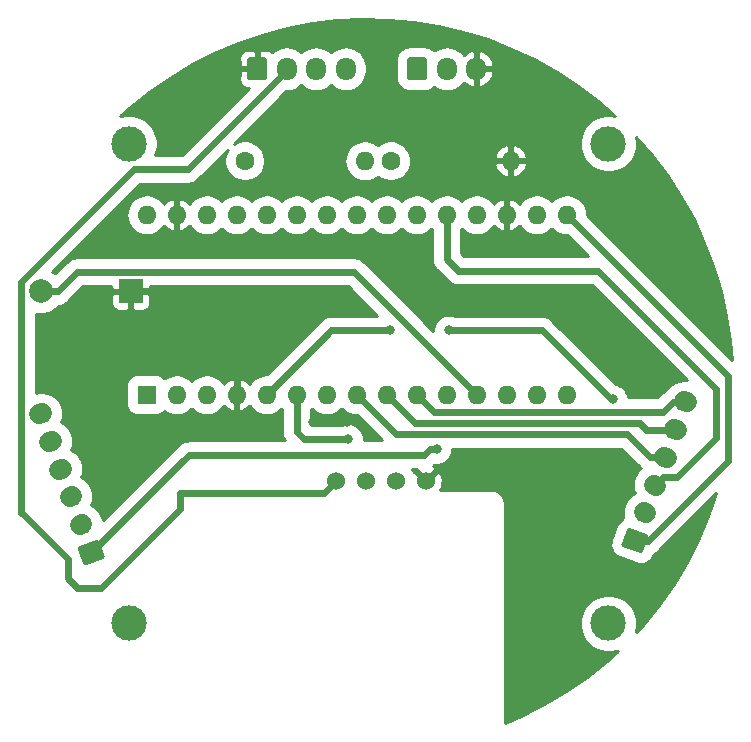
<source format=gbr>
G04 #@! TF.GenerationSoftware,KiCad,Pcbnew,(5.1.2)-2*
G04 #@! TF.CreationDate,2019-10-20T14:28:15-03:00*
G04 #@! TF.ProjectId,flight_computer,666c6967-6874-45f6-936f-6d7075746572,rev?*
G04 #@! TF.SameCoordinates,Original*
G04 #@! TF.FileFunction,Copper,L1,Top*
G04 #@! TF.FilePolarity,Positive*
%FSLAX46Y46*%
G04 Gerber Fmt 4.6, Leading zero omitted, Abs format (unit mm)*
G04 Created by KiCad (PCBNEW (5.1.2)-2) date 2019-10-20 14:28:15*
%MOMM*%
%LPD*%
G04 APERTURE LIST*
%ADD10C,1.524000*%
%ADD11R,1.600000X1.600000*%
%ADD12O,1.600000X1.600000*%
%ADD13C,1.700000*%
%ADD14C,1.700000*%
%ADD15C,0.100000*%
%ADD16O,1.700000X1.950000*%
%ADD17C,3.000000*%
%ADD18R,2.000000X2.000000*%
%ADD19C,2.000000*%
%ADD20C,1.600000*%
%ADD21C,0.800000*%
%ADD22C,0.600000*%
%ADD23C,0.254000*%
G04 APERTURE END LIST*
D10*
X72120000Y-69780000D03*
X69580000Y-69780000D03*
X74660000Y-69780000D03*
X67040000Y-69780000D03*
D11*
X51000000Y-62450000D03*
D12*
X84020000Y-47210000D03*
X53540000Y-62450000D03*
X81480000Y-47210000D03*
X56080000Y-62450000D03*
X78940000Y-47210000D03*
X58620000Y-62450000D03*
X76400000Y-47210000D03*
X61160000Y-62450000D03*
X73860000Y-47210000D03*
X63700000Y-62450000D03*
X71320000Y-47210000D03*
X66240000Y-62450000D03*
X68780000Y-47210000D03*
X68780000Y-62450000D03*
X66240000Y-47210000D03*
X71320000Y-62450000D03*
X63700000Y-47210000D03*
X73860000Y-62450000D03*
X61160000Y-47210000D03*
X76400000Y-62450000D03*
X58620000Y-47210000D03*
X78940000Y-62450000D03*
X56080000Y-47210000D03*
X81480000Y-62450000D03*
X53540000Y-47210000D03*
X84020000Y-62450000D03*
X51000000Y-47210000D03*
X86560000Y-62450000D03*
X86560000Y-47210000D03*
D13*
X42024748Y-64053842D03*
D14*
X41907286Y-64096595D02*
X42142210Y-64011089D01*
D13*
X42879799Y-66403074D03*
D14*
X42762337Y-66445827D02*
X42997261Y-66360321D01*
D13*
X43734849Y-68752305D03*
D14*
X43617387Y-68795058D02*
X43852311Y-68709552D01*
D13*
X44589899Y-71101537D03*
D14*
X44472437Y-71144290D02*
X44707361Y-71058784D01*
D13*
X45444950Y-73450768D03*
D14*
X45327488Y-73493521D02*
X45562412Y-73408015D01*
D15*
G36*
X46811398Y-74740729D02*
G01*
X46835486Y-74745384D01*
X46859002Y-74752378D01*
X46881720Y-74761643D01*
X46903419Y-74773090D01*
X46923892Y-74786609D01*
X46942942Y-74802069D01*
X46960384Y-74819322D01*
X46976052Y-74838202D01*
X46989793Y-74858527D01*
X47001476Y-74880100D01*
X47010988Y-74902715D01*
X47421412Y-76030346D01*
X47428662Y-76053784D01*
X47433579Y-76077820D01*
X47436117Y-76102222D01*
X47436251Y-76126756D01*
X47433980Y-76151184D01*
X47429325Y-76175272D01*
X47422331Y-76198788D01*
X47413066Y-76221506D01*
X47401619Y-76243205D01*
X47388100Y-76263678D01*
X47372640Y-76282728D01*
X47355387Y-76300170D01*
X47336507Y-76315838D01*
X47316182Y-76329579D01*
X47294609Y-76341262D01*
X47271994Y-76350774D01*
X45909440Y-76846703D01*
X45886002Y-76853953D01*
X45861966Y-76858870D01*
X45837564Y-76861408D01*
X45813030Y-76861542D01*
X45788602Y-76859271D01*
X45764514Y-76854616D01*
X45740998Y-76847622D01*
X45718280Y-76838357D01*
X45696581Y-76826910D01*
X45676108Y-76813391D01*
X45657058Y-76797931D01*
X45639616Y-76780678D01*
X45623948Y-76761798D01*
X45610207Y-76741473D01*
X45598524Y-76719900D01*
X45589012Y-76697285D01*
X45178588Y-75569654D01*
X45171338Y-75546216D01*
X45166421Y-75522180D01*
X45163883Y-75497778D01*
X45163749Y-75473244D01*
X45166020Y-75448816D01*
X45170675Y-75424728D01*
X45177669Y-75401212D01*
X45186934Y-75378494D01*
X45198381Y-75356795D01*
X45211900Y-75336322D01*
X45227360Y-75317272D01*
X45244613Y-75299830D01*
X45263493Y-75284162D01*
X45283818Y-75270421D01*
X45305391Y-75258738D01*
X45328006Y-75249226D01*
X46690560Y-74753297D01*
X46713998Y-74746047D01*
X46738034Y-74741130D01*
X46762436Y-74738592D01*
X46786970Y-74738458D01*
X46811398Y-74740729D01*
X46811398Y-74740729D01*
G37*
D13*
X46300000Y-75800000D03*
X96615151Y-63052305D03*
D14*
X96497689Y-63009552D02*
X96732613Y-63095058D01*
D13*
X95760100Y-65401537D03*
D14*
X95642638Y-65358784D02*
X95877562Y-65444290D01*
D13*
X94905050Y-67750768D03*
D14*
X94787588Y-67708015D02*
X95022512Y-67793521D01*
D13*
X94050000Y-70100000D03*
D14*
X93932538Y-70057247D02*
X94167462Y-70142753D01*
D13*
X93194949Y-72449231D03*
D14*
X93077487Y-72406478D02*
X93312411Y-72491984D01*
D15*
G36*
X91877463Y-73737055D02*
G01*
X91901865Y-73739593D01*
X91925901Y-73744510D01*
X91949339Y-73751760D01*
X93311893Y-74247689D01*
X93334508Y-74257201D01*
X93356081Y-74268884D01*
X93376406Y-74282625D01*
X93395286Y-74298293D01*
X93412539Y-74315735D01*
X93427999Y-74334785D01*
X93441518Y-74355258D01*
X93452965Y-74376957D01*
X93462230Y-74399675D01*
X93469224Y-74423191D01*
X93473879Y-74447279D01*
X93476150Y-74471707D01*
X93476016Y-74496241D01*
X93473478Y-74520643D01*
X93468561Y-74544679D01*
X93461311Y-74568117D01*
X93050887Y-75695748D01*
X93041375Y-75718363D01*
X93029692Y-75739936D01*
X93015951Y-75760261D01*
X93000283Y-75779141D01*
X92982841Y-75796394D01*
X92963791Y-75811854D01*
X92943318Y-75825373D01*
X92921619Y-75836820D01*
X92898901Y-75846085D01*
X92875385Y-75853079D01*
X92851297Y-75857734D01*
X92826869Y-75860005D01*
X92802335Y-75859871D01*
X92777933Y-75857333D01*
X92753897Y-75852416D01*
X92730459Y-75845166D01*
X91367905Y-75349237D01*
X91345290Y-75339725D01*
X91323717Y-75328042D01*
X91303392Y-75314301D01*
X91284512Y-75298633D01*
X91267259Y-75281191D01*
X91251799Y-75262141D01*
X91238280Y-75241668D01*
X91226833Y-75219969D01*
X91217568Y-75197251D01*
X91210574Y-75173735D01*
X91205919Y-75149647D01*
X91203648Y-75125219D01*
X91203782Y-75100685D01*
X91206320Y-75076283D01*
X91211237Y-75052247D01*
X91218487Y-75028809D01*
X91628911Y-73901178D01*
X91638423Y-73878563D01*
X91650106Y-73856990D01*
X91663847Y-73836665D01*
X91679515Y-73817785D01*
X91696957Y-73800532D01*
X91716007Y-73785072D01*
X91736480Y-73771553D01*
X91758179Y-73760106D01*
X91780897Y-73750841D01*
X91804413Y-73743847D01*
X91828501Y-73739192D01*
X91852929Y-73736921D01*
X91877463Y-73737055D01*
X91877463Y-73737055D01*
G37*
D13*
X92339899Y-74798463D03*
D16*
X67850000Y-34850000D03*
X65350000Y-34850000D03*
X62850000Y-34850000D03*
D15*
G36*
X60974504Y-33876204D02*
G01*
X60998773Y-33879804D01*
X61022571Y-33885765D01*
X61045671Y-33894030D01*
X61067849Y-33904520D01*
X61088893Y-33917133D01*
X61108598Y-33931747D01*
X61126777Y-33948223D01*
X61143253Y-33966402D01*
X61157867Y-33986107D01*
X61170480Y-34007151D01*
X61180970Y-34029329D01*
X61189235Y-34052429D01*
X61195196Y-34076227D01*
X61198796Y-34100496D01*
X61200000Y-34125000D01*
X61200000Y-35575000D01*
X61198796Y-35599504D01*
X61195196Y-35623773D01*
X61189235Y-35647571D01*
X61180970Y-35670671D01*
X61170480Y-35692849D01*
X61157867Y-35713893D01*
X61143253Y-35733598D01*
X61126777Y-35751777D01*
X61108598Y-35768253D01*
X61088893Y-35782867D01*
X61067849Y-35795480D01*
X61045671Y-35805970D01*
X61022571Y-35814235D01*
X60998773Y-35820196D01*
X60974504Y-35823796D01*
X60950000Y-35825000D01*
X59750000Y-35825000D01*
X59725496Y-35823796D01*
X59701227Y-35820196D01*
X59677429Y-35814235D01*
X59654329Y-35805970D01*
X59632151Y-35795480D01*
X59611107Y-35782867D01*
X59591402Y-35768253D01*
X59573223Y-35751777D01*
X59556747Y-35733598D01*
X59542133Y-35713893D01*
X59529520Y-35692849D01*
X59519030Y-35670671D01*
X59510765Y-35647571D01*
X59504804Y-35623773D01*
X59501204Y-35599504D01*
X59500000Y-35575000D01*
X59500000Y-34125000D01*
X59501204Y-34100496D01*
X59504804Y-34076227D01*
X59510765Y-34052429D01*
X59519030Y-34029329D01*
X59529520Y-34007151D01*
X59542133Y-33986107D01*
X59556747Y-33966402D01*
X59573223Y-33948223D01*
X59591402Y-33931747D01*
X59611107Y-33917133D01*
X59632151Y-33904520D01*
X59654329Y-33894030D01*
X59677429Y-33885765D01*
X59701227Y-33879804D01*
X59725496Y-33876204D01*
X59750000Y-33875000D01*
X60950000Y-33875000D01*
X60974504Y-33876204D01*
X60974504Y-33876204D01*
G37*
D13*
X60350000Y-34850000D03*
D16*
X78900000Y-34850000D03*
X76400000Y-34850000D03*
D15*
G36*
X74524504Y-33876204D02*
G01*
X74548773Y-33879804D01*
X74572571Y-33885765D01*
X74595671Y-33894030D01*
X74617849Y-33904520D01*
X74638893Y-33917133D01*
X74658598Y-33931747D01*
X74676777Y-33948223D01*
X74693253Y-33966402D01*
X74707867Y-33986107D01*
X74720480Y-34007151D01*
X74730970Y-34029329D01*
X74739235Y-34052429D01*
X74745196Y-34076227D01*
X74748796Y-34100496D01*
X74750000Y-34125000D01*
X74750000Y-35575000D01*
X74748796Y-35599504D01*
X74745196Y-35623773D01*
X74739235Y-35647571D01*
X74730970Y-35670671D01*
X74720480Y-35692849D01*
X74707867Y-35713893D01*
X74693253Y-35733598D01*
X74676777Y-35751777D01*
X74658598Y-35768253D01*
X74638893Y-35782867D01*
X74617849Y-35795480D01*
X74595671Y-35805970D01*
X74572571Y-35814235D01*
X74548773Y-35820196D01*
X74524504Y-35823796D01*
X74500000Y-35825000D01*
X73300000Y-35825000D01*
X73275496Y-35823796D01*
X73251227Y-35820196D01*
X73227429Y-35814235D01*
X73204329Y-35805970D01*
X73182151Y-35795480D01*
X73161107Y-35782867D01*
X73141402Y-35768253D01*
X73123223Y-35751777D01*
X73106747Y-35733598D01*
X73092133Y-35713893D01*
X73079520Y-35692849D01*
X73069030Y-35670671D01*
X73060765Y-35647571D01*
X73054804Y-35623773D01*
X73051204Y-35599504D01*
X73050000Y-35575000D01*
X73050000Y-34125000D01*
X73051204Y-34100496D01*
X73054804Y-34076227D01*
X73060765Y-34052429D01*
X73069030Y-34029329D01*
X73079520Y-34007151D01*
X73092133Y-33986107D01*
X73106747Y-33966402D01*
X73123223Y-33948223D01*
X73141402Y-33931747D01*
X73161107Y-33917133D01*
X73182151Y-33904520D01*
X73204329Y-33894030D01*
X73227429Y-33885765D01*
X73251227Y-33879804D01*
X73275496Y-33876204D01*
X73300000Y-33875000D01*
X74500000Y-33875000D01*
X74524504Y-33876204D01*
X74524504Y-33876204D01*
G37*
D13*
X73900000Y-34850000D03*
D17*
X49500000Y-41200000D03*
X90100000Y-41200000D03*
X90100000Y-81800000D03*
X49500000Y-81800000D03*
D18*
X49650000Y-53700000D03*
D19*
X42050000Y-53700000D03*
D20*
X59300000Y-42650000D03*
D12*
X69460000Y-42650000D03*
X81810000Y-42650000D03*
D20*
X71650000Y-42650000D03*
D21*
X68000000Y-64800000D03*
X65100000Y-64800000D03*
X71600000Y-57000000D03*
X76600000Y-57000000D03*
X90450000Y-62850001D03*
X68050000Y-66200000D03*
X75550000Y-67050000D03*
D22*
X58620000Y-61318630D02*
X58620000Y-62450000D01*
X58620000Y-61070000D02*
X58620000Y-61318630D01*
X51250000Y-53700000D02*
X58620000Y-61070000D01*
X49650000Y-53700000D02*
X51250000Y-53700000D01*
X68000000Y-64800000D02*
X65100000Y-64800000D01*
X61160000Y-62450000D02*
X66610000Y-57000000D01*
X66610000Y-57000000D02*
X71600000Y-57000000D01*
X76600000Y-57000000D02*
X84450000Y-57000000D01*
X84450000Y-57000000D02*
X90300001Y-62850001D01*
X90300001Y-62850001D02*
X90450000Y-62850001D01*
X63700000Y-63581370D02*
X63700000Y-62450000D01*
X63700000Y-65600000D02*
X63700000Y-63581370D01*
X64300000Y-66200000D02*
X63700000Y-65600000D01*
X68050000Y-66200000D02*
X64300000Y-66200000D01*
X46300000Y-75800000D02*
X54550000Y-67550000D01*
X74484315Y-67550000D02*
X54550000Y-67550000D01*
X74984315Y-67050000D02*
X74484315Y-67550000D01*
X75550000Y-67050000D02*
X74984315Y-67050000D01*
X78140001Y-61650001D02*
X78940000Y-62450000D01*
X68539999Y-52049999D02*
X78140001Y-61650001D01*
X45114214Y-52049999D02*
X68539999Y-52049999D01*
X43464213Y-53700000D02*
X45114214Y-52049999D01*
X42050000Y-53700000D02*
X43464213Y-53700000D01*
X86560000Y-47210000D02*
X100200000Y-60850000D01*
X93477471Y-74798463D02*
X92339899Y-74798463D01*
X100200000Y-68075934D02*
X93477471Y-74798463D01*
X100200000Y-60850000D02*
X100200000Y-68075934D01*
X54474999Y-43350001D02*
X62850000Y-34975000D01*
X62850000Y-34975000D02*
X62850000Y-34850000D01*
X40399999Y-52907999D02*
X49957997Y-43350001D01*
X49957997Y-43350001D02*
X54474999Y-43350001D01*
X40399999Y-72460316D02*
X40399999Y-52907999D01*
X66033540Y-70786460D02*
X53788351Y-70786460D01*
X67040000Y-69780000D02*
X66033540Y-70786460D01*
X40399999Y-72460316D02*
X40410316Y-72460316D01*
X40410316Y-72460316D02*
X43800000Y-75850000D01*
X43800000Y-75860317D02*
X44300000Y-76360317D01*
X43800000Y-75850000D02*
X43800000Y-75860317D01*
X44300000Y-76360317D02*
X44300000Y-78000000D01*
X44300000Y-78000000D02*
X45100000Y-78800000D01*
X45100000Y-78800000D02*
X47100000Y-78800000D01*
X53788351Y-72111649D02*
X53788351Y-70786460D01*
X47100000Y-78800000D02*
X53788351Y-72111649D01*
X99182633Y-61950278D02*
X89182355Y-51950000D01*
X99182633Y-66117367D02*
X99182633Y-61950278D01*
X95901929Y-69398071D02*
X99182633Y-66117367D01*
X89182355Y-51950000D02*
X77350000Y-51950000D01*
X76400000Y-51000000D02*
X76400000Y-47210000D01*
X77350000Y-51950000D02*
X76400000Y-51000000D01*
X94050000Y-70100000D02*
X94751929Y-69398071D01*
X94751929Y-69398071D02*
X95901929Y-69398071D01*
X93650747Y-67750768D02*
X94905050Y-67750768D01*
X91700000Y-65800021D02*
X93650747Y-67750768D01*
X68780000Y-62450000D02*
X72130021Y-65800021D01*
X72130021Y-65800021D02*
X91700000Y-65800021D01*
X71870000Y-63000000D02*
X71320000Y-62450000D01*
X73720011Y-64850011D02*
X71870000Y-63000000D01*
X92750000Y-64850011D02*
X73720011Y-64850011D01*
X95760100Y-65401537D02*
X93301526Y-65401537D01*
X93301526Y-65401537D02*
X92750000Y-64850011D01*
X95551430Y-63052305D02*
X96615151Y-63052305D01*
X94703734Y-63900001D02*
X95551430Y-63052305D01*
X75310001Y-63900001D02*
X94703734Y-63900001D01*
X73860000Y-62450000D02*
X75310001Y-63900001D01*
D23*
G36*
X92740517Y-68575778D02*
G01*
X92778930Y-68622585D01*
X92825736Y-68660998D01*
X92825742Y-68661004D01*
X92826870Y-68661930D01*
X92616061Y-68850912D01*
X92406012Y-69130923D01*
X92254627Y-69446533D01*
X92167723Y-69785612D01*
X92148640Y-70135129D01*
X92198111Y-70481654D01*
X92308827Y-70796487D01*
X92021650Y-70966490D01*
X91761010Y-71200143D01*
X91550961Y-71480154D01*
X91399576Y-71795764D01*
X91312672Y-72134843D01*
X91293589Y-72484360D01*
X91343060Y-72830885D01*
X91372026Y-72913253D01*
X91364517Y-72915894D01*
X91165210Y-73033881D01*
X90992752Y-73188483D01*
X90853768Y-73373760D01*
X90753601Y-73582591D01*
X90343177Y-74710222D01*
X90285676Y-74934583D01*
X90273050Y-75165850D01*
X90305784Y-75395136D01*
X90382621Y-75613631D01*
X90500608Y-75812938D01*
X90655210Y-75985396D01*
X90840487Y-76124380D01*
X91049318Y-76224547D01*
X92411872Y-76720476D01*
X92636233Y-76777977D01*
X92867500Y-76790603D01*
X93096786Y-76757869D01*
X93315281Y-76681032D01*
X93514588Y-76563045D01*
X93687046Y-76408443D01*
X93826030Y-76223166D01*
X93926197Y-76014335D01*
X93955317Y-75934328D01*
X94162454Y-75823612D01*
X94349288Y-75670280D01*
X94387710Y-75623463D01*
X99244207Y-70766966D01*
X98561871Y-72731338D01*
X97713162Y-74715823D01*
X96728094Y-76636266D01*
X95611457Y-78483324D01*
X94368712Y-80247967D01*
X93005873Y-81921655D01*
X92415958Y-82550840D01*
X92433732Y-82507930D01*
X92527000Y-82039039D01*
X92527000Y-81560961D01*
X92433732Y-81092070D01*
X92250779Y-80650385D01*
X91985174Y-80252878D01*
X91647122Y-79914826D01*
X91249615Y-79649221D01*
X90807930Y-79466268D01*
X90339039Y-79373000D01*
X89860961Y-79373000D01*
X89392070Y-79466268D01*
X88950385Y-79649221D01*
X88552878Y-79914826D01*
X88214826Y-80252878D01*
X87949221Y-80650385D01*
X87766268Y-81092070D01*
X87673000Y-81560961D01*
X87673000Y-82039039D01*
X87766268Y-82507930D01*
X87949221Y-82949615D01*
X88214826Y-83347122D01*
X88552878Y-83685174D01*
X88950385Y-83950779D01*
X89392070Y-84133732D01*
X89860961Y-84227000D01*
X90339039Y-84227000D01*
X90807930Y-84133732D01*
X90869875Y-84108073D01*
X89947131Y-84963891D01*
X88266108Y-86317642D01*
X86494751Y-87550830D01*
X84641685Y-88657453D01*
X82715937Y-89632118D01*
X81300461Y-90228437D01*
X81300461Y-71639379D01*
X81305672Y-71586470D01*
X81284878Y-71375341D01*
X81223294Y-71172326D01*
X81123287Y-70985226D01*
X80988700Y-70821231D01*
X80824705Y-70686644D01*
X80637605Y-70586637D01*
X80434590Y-70525053D01*
X80276370Y-70509470D01*
X80223461Y-70504259D01*
X80170552Y-70509470D01*
X75828054Y-70509470D01*
X75865656Y-70498980D01*
X75982756Y-70249952D01*
X76049023Y-69982865D01*
X76061910Y-69707983D01*
X76020922Y-69435867D01*
X75927636Y-69176977D01*
X75865656Y-69061020D01*
X75625565Y-68994040D01*
X74839605Y-69780000D01*
X74853748Y-69794143D01*
X74674143Y-69973748D01*
X74660000Y-69959605D01*
X74645858Y-69973748D01*
X74466253Y-69794143D01*
X74480395Y-69780000D01*
X73694435Y-68994040D01*
X73630045Y-69012003D01*
X73616772Y-68979959D01*
X73481160Y-68777000D01*
X73884484Y-68777000D01*
X73874040Y-68814435D01*
X74660000Y-69600395D01*
X75445960Y-68814435D01*
X75378980Y-68574344D01*
X75246300Y-68511954D01*
X75356132Y-68421817D01*
X75394554Y-68375000D01*
X75396992Y-68372562D01*
X75419302Y-68377000D01*
X75680698Y-68377000D01*
X75937072Y-68326004D01*
X76178570Y-68225972D01*
X76395913Y-68080748D01*
X76580748Y-67895913D01*
X76725972Y-67678570D01*
X76826004Y-67437072D01*
X76877000Y-67180698D01*
X76877000Y-67027021D01*
X91191761Y-67027021D01*
X92740517Y-68575778D01*
X92740517Y-68575778D01*
G37*
X92740517Y-68575778D02*
X92778930Y-68622585D01*
X92825736Y-68660998D01*
X92825742Y-68661004D01*
X92826870Y-68661930D01*
X92616061Y-68850912D01*
X92406012Y-69130923D01*
X92254627Y-69446533D01*
X92167723Y-69785612D01*
X92148640Y-70135129D01*
X92198111Y-70481654D01*
X92308827Y-70796487D01*
X92021650Y-70966490D01*
X91761010Y-71200143D01*
X91550961Y-71480154D01*
X91399576Y-71795764D01*
X91312672Y-72134843D01*
X91293589Y-72484360D01*
X91343060Y-72830885D01*
X91372026Y-72913253D01*
X91364517Y-72915894D01*
X91165210Y-73033881D01*
X90992752Y-73188483D01*
X90853768Y-73373760D01*
X90753601Y-73582591D01*
X90343177Y-74710222D01*
X90285676Y-74934583D01*
X90273050Y-75165850D01*
X90305784Y-75395136D01*
X90382621Y-75613631D01*
X90500608Y-75812938D01*
X90655210Y-75985396D01*
X90840487Y-76124380D01*
X91049318Y-76224547D01*
X92411872Y-76720476D01*
X92636233Y-76777977D01*
X92867500Y-76790603D01*
X93096786Y-76757869D01*
X93315281Y-76681032D01*
X93514588Y-76563045D01*
X93687046Y-76408443D01*
X93826030Y-76223166D01*
X93926197Y-76014335D01*
X93955317Y-75934328D01*
X94162454Y-75823612D01*
X94349288Y-75670280D01*
X94387710Y-75623463D01*
X99244207Y-70766966D01*
X98561871Y-72731338D01*
X97713162Y-74715823D01*
X96728094Y-76636266D01*
X95611457Y-78483324D01*
X94368712Y-80247967D01*
X93005873Y-81921655D01*
X92415958Y-82550840D01*
X92433732Y-82507930D01*
X92527000Y-82039039D01*
X92527000Y-81560961D01*
X92433732Y-81092070D01*
X92250779Y-80650385D01*
X91985174Y-80252878D01*
X91647122Y-79914826D01*
X91249615Y-79649221D01*
X90807930Y-79466268D01*
X90339039Y-79373000D01*
X89860961Y-79373000D01*
X89392070Y-79466268D01*
X88950385Y-79649221D01*
X88552878Y-79914826D01*
X88214826Y-80252878D01*
X87949221Y-80650385D01*
X87766268Y-81092070D01*
X87673000Y-81560961D01*
X87673000Y-82039039D01*
X87766268Y-82507930D01*
X87949221Y-82949615D01*
X88214826Y-83347122D01*
X88552878Y-83685174D01*
X88950385Y-83950779D01*
X89392070Y-84133732D01*
X89860961Y-84227000D01*
X90339039Y-84227000D01*
X90807930Y-84133732D01*
X90869875Y-84108073D01*
X89947131Y-84963891D01*
X88266108Y-86317642D01*
X86494751Y-87550830D01*
X84641685Y-88657453D01*
X82715937Y-89632118D01*
X81300461Y-90228437D01*
X81300461Y-71639379D01*
X81305672Y-71586470D01*
X81284878Y-71375341D01*
X81223294Y-71172326D01*
X81123287Y-70985226D01*
X80988700Y-70821231D01*
X80824705Y-70686644D01*
X80637605Y-70586637D01*
X80434590Y-70525053D01*
X80276370Y-70509470D01*
X80223461Y-70504259D01*
X80170552Y-70509470D01*
X75828054Y-70509470D01*
X75865656Y-70498980D01*
X75982756Y-70249952D01*
X76049023Y-69982865D01*
X76061910Y-69707983D01*
X76020922Y-69435867D01*
X75927636Y-69176977D01*
X75865656Y-69061020D01*
X75625565Y-68994040D01*
X74839605Y-69780000D01*
X74853748Y-69794143D01*
X74674143Y-69973748D01*
X74660000Y-69959605D01*
X74645858Y-69973748D01*
X74466253Y-69794143D01*
X74480395Y-69780000D01*
X73694435Y-68994040D01*
X73630045Y-69012003D01*
X73616772Y-68979959D01*
X73481160Y-68777000D01*
X73884484Y-68777000D01*
X73874040Y-68814435D01*
X74660000Y-69600395D01*
X75445960Y-68814435D01*
X75378980Y-68574344D01*
X75246300Y-68511954D01*
X75356132Y-68421817D01*
X75394554Y-68375000D01*
X75396992Y-68372562D01*
X75419302Y-68377000D01*
X75680698Y-68377000D01*
X75937072Y-68326004D01*
X76178570Y-68225972D01*
X76395913Y-68080748D01*
X76580748Y-67895913D01*
X76725972Y-67678570D01*
X76826004Y-67437072D01*
X76877000Y-67180698D01*
X76877000Y-67027021D01*
X91191761Y-67027021D01*
X92740517Y-68575778D01*
G36*
X48015000Y-53414250D02*
G01*
X48173750Y-53573000D01*
X49523000Y-53573000D01*
X49523000Y-53553000D01*
X49777000Y-53553000D01*
X49777000Y-53573000D01*
X51126250Y-53573000D01*
X51285000Y-53414250D01*
X51285590Y-53276999D01*
X68031760Y-53276999D01*
X70527761Y-55773000D01*
X66670260Y-55773000D01*
X66610000Y-55767065D01*
X66549740Y-55773000D01*
X66549732Y-55773000D01*
X66374563Y-55790253D01*
X66369466Y-55790755D01*
X66138175Y-55860916D01*
X66072203Y-55896179D01*
X65925017Y-55974851D01*
X65738183Y-56128183D01*
X65699765Y-56174995D01*
X61151761Y-60723000D01*
X61075159Y-60723000D01*
X60821449Y-60747988D01*
X60495908Y-60846740D01*
X60195888Y-61007104D01*
X59932918Y-61222918D01*
X59717104Y-61485888D01*
X59700955Y-61516100D01*
X59583414Y-61386481D01*
X59357420Y-61218963D01*
X59103087Y-61098754D01*
X58969039Y-61058096D01*
X58747000Y-61180085D01*
X58747000Y-62323000D01*
X58767000Y-62323000D01*
X58767000Y-62577000D01*
X58747000Y-62577000D01*
X58747000Y-63719915D01*
X58969039Y-63841904D01*
X59103087Y-63801246D01*
X59357420Y-63681037D01*
X59583414Y-63513519D01*
X59700955Y-63383900D01*
X59717104Y-63414112D01*
X59932918Y-63677082D01*
X60195888Y-63892896D01*
X60495908Y-64053260D01*
X60821449Y-64152012D01*
X61075159Y-64177000D01*
X61244841Y-64177000D01*
X61498551Y-64152012D01*
X61824092Y-64053260D01*
X62124112Y-63892896D01*
X62387082Y-63677082D01*
X62430000Y-63624786D01*
X62472918Y-63677082D01*
X62473001Y-63677150D01*
X62473000Y-65539739D01*
X62467065Y-65600000D01*
X62473000Y-65660260D01*
X62473000Y-65660267D01*
X62490755Y-65840533D01*
X62560916Y-66071823D01*
X62674851Y-66284982D01*
X62706052Y-66323000D01*
X54610263Y-66323000D01*
X54550000Y-66317065D01*
X54489737Y-66323000D01*
X54489732Y-66323000D01*
X54429946Y-66328889D01*
X54309466Y-66340754D01*
X54098186Y-66404846D01*
X54078176Y-66410916D01*
X53865017Y-66524851D01*
X53805963Y-66573316D01*
X53724995Y-66639764D01*
X53724989Y-66639770D01*
X53678183Y-66678183D01*
X53639770Y-66724989D01*
X47307062Y-73057699D01*
X47240323Y-72797301D01*
X47088938Y-72481691D01*
X46878889Y-72201680D01*
X46618249Y-71968027D01*
X46331072Y-71798024D01*
X46441787Y-71483191D01*
X46491259Y-71136667D01*
X46472176Y-70787149D01*
X46385272Y-70448070D01*
X46233887Y-70132460D01*
X46023838Y-69852449D01*
X45763198Y-69618796D01*
X45476022Y-69448793D01*
X45586737Y-69133959D01*
X45636209Y-68787435D01*
X45617126Y-68437917D01*
X45530222Y-68098838D01*
X45378837Y-67783228D01*
X45168788Y-67503217D01*
X44908148Y-67269564D01*
X44620972Y-67099561D01*
X44731687Y-66784728D01*
X44781159Y-66438204D01*
X44762076Y-66088686D01*
X44675172Y-65749607D01*
X44523787Y-65433997D01*
X44313738Y-65153986D01*
X44053098Y-64920333D01*
X43765921Y-64750330D01*
X43876636Y-64435496D01*
X43926108Y-64088972D01*
X43907025Y-63739454D01*
X43820121Y-63400375D01*
X43668736Y-63084765D01*
X43458687Y-62804754D01*
X43198047Y-62571101D01*
X42896831Y-62392787D01*
X42566617Y-62276663D01*
X42220092Y-62227191D01*
X41870575Y-62246274D01*
X41626999Y-62308701D01*
X41626999Y-61650000D01*
X49268515Y-61650000D01*
X49268515Y-63250000D01*
X49286413Y-63431724D01*
X49339420Y-63606464D01*
X49425499Y-63767505D01*
X49541341Y-63908659D01*
X49682495Y-64024501D01*
X49843536Y-64110580D01*
X50018276Y-64163587D01*
X50200000Y-64181485D01*
X51800000Y-64181485D01*
X51981724Y-64163587D01*
X52156464Y-64110580D01*
X52317505Y-64024501D01*
X52458659Y-63908659D01*
X52513568Y-63841752D01*
X52575888Y-63892896D01*
X52875908Y-64053260D01*
X53201449Y-64152012D01*
X53455159Y-64177000D01*
X53624841Y-64177000D01*
X53878551Y-64152012D01*
X54204092Y-64053260D01*
X54504112Y-63892896D01*
X54767082Y-63677082D01*
X54810000Y-63624786D01*
X54852918Y-63677082D01*
X55115888Y-63892896D01*
X55415908Y-64053260D01*
X55741449Y-64152012D01*
X55995159Y-64177000D01*
X56164841Y-64177000D01*
X56418551Y-64152012D01*
X56744092Y-64053260D01*
X57044112Y-63892896D01*
X57307082Y-63677082D01*
X57522896Y-63414112D01*
X57539045Y-63383900D01*
X57656586Y-63513519D01*
X57882580Y-63681037D01*
X58136913Y-63801246D01*
X58270961Y-63841904D01*
X58493000Y-63719915D01*
X58493000Y-62577000D01*
X58473000Y-62577000D01*
X58473000Y-62323000D01*
X58493000Y-62323000D01*
X58493000Y-61180085D01*
X58270961Y-61058096D01*
X58136913Y-61098754D01*
X57882580Y-61218963D01*
X57656586Y-61386481D01*
X57539045Y-61516100D01*
X57522896Y-61485888D01*
X57307082Y-61222918D01*
X57044112Y-61007104D01*
X56744092Y-60846740D01*
X56418551Y-60747988D01*
X56164841Y-60723000D01*
X55995159Y-60723000D01*
X55741449Y-60747988D01*
X55415908Y-60846740D01*
X55115888Y-61007104D01*
X54852918Y-61222918D01*
X54810000Y-61275214D01*
X54767082Y-61222918D01*
X54504112Y-61007104D01*
X54204092Y-60846740D01*
X53878551Y-60747988D01*
X53624841Y-60723000D01*
X53455159Y-60723000D01*
X53201449Y-60747988D01*
X52875908Y-60846740D01*
X52575888Y-61007104D01*
X52513568Y-61058248D01*
X52458659Y-60991341D01*
X52317505Y-60875499D01*
X52156464Y-60789420D01*
X51981724Y-60736413D01*
X51800000Y-60718515D01*
X50200000Y-60718515D01*
X50018276Y-60736413D01*
X49843536Y-60789420D01*
X49682495Y-60875499D01*
X49541341Y-60991341D01*
X49425499Y-61132495D01*
X49339420Y-61293536D01*
X49286413Y-61468276D01*
X49268515Y-61650000D01*
X41626999Y-61650000D01*
X41626999Y-55580612D01*
X41860207Y-55627000D01*
X42239793Y-55627000D01*
X42612085Y-55552947D01*
X42962777Y-55407685D01*
X43278391Y-55196799D01*
X43546799Y-54928391D01*
X43549366Y-54924549D01*
X43704747Y-54909245D01*
X43936037Y-54839084D01*
X44149196Y-54725149D01*
X44179839Y-54700000D01*
X48011928Y-54700000D01*
X48024188Y-54824482D01*
X48060498Y-54944180D01*
X48119463Y-55054494D01*
X48198815Y-55151185D01*
X48295506Y-55230537D01*
X48405820Y-55289502D01*
X48525518Y-55325812D01*
X48650000Y-55338072D01*
X49364250Y-55335000D01*
X49523000Y-55176250D01*
X49523000Y-53827000D01*
X49777000Y-53827000D01*
X49777000Y-55176250D01*
X49935750Y-55335000D01*
X50650000Y-55338072D01*
X50774482Y-55325812D01*
X50894180Y-55289502D01*
X51004494Y-55230537D01*
X51101185Y-55151185D01*
X51180537Y-55054494D01*
X51239502Y-54944180D01*
X51275812Y-54824482D01*
X51288072Y-54700000D01*
X51285000Y-53985750D01*
X51126250Y-53827000D01*
X49777000Y-53827000D01*
X49523000Y-53827000D01*
X48173750Y-53827000D01*
X48015000Y-53985750D01*
X48011928Y-54700000D01*
X44179839Y-54700000D01*
X44336030Y-54571817D01*
X44374452Y-54525000D01*
X45622454Y-53276999D01*
X48014410Y-53276999D01*
X48015000Y-53414250D01*
X48015000Y-53414250D01*
G37*
X48015000Y-53414250D02*
X48173750Y-53573000D01*
X49523000Y-53573000D01*
X49523000Y-53553000D01*
X49777000Y-53553000D01*
X49777000Y-53573000D01*
X51126250Y-53573000D01*
X51285000Y-53414250D01*
X51285590Y-53276999D01*
X68031760Y-53276999D01*
X70527761Y-55773000D01*
X66670260Y-55773000D01*
X66610000Y-55767065D01*
X66549740Y-55773000D01*
X66549732Y-55773000D01*
X66374563Y-55790253D01*
X66369466Y-55790755D01*
X66138175Y-55860916D01*
X66072203Y-55896179D01*
X65925017Y-55974851D01*
X65738183Y-56128183D01*
X65699765Y-56174995D01*
X61151761Y-60723000D01*
X61075159Y-60723000D01*
X60821449Y-60747988D01*
X60495908Y-60846740D01*
X60195888Y-61007104D01*
X59932918Y-61222918D01*
X59717104Y-61485888D01*
X59700955Y-61516100D01*
X59583414Y-61386481D01*
X59357420Y-61218963D01*
X59103087Y-61098754D01*
X58969039Y-61058096D01*
X58747000Y-61180085D01*
X58747000Y-62323000D01*
X58767000Y-62323000D01*
X58767000Y-62577000D01*
X58747000Y-62577000D01*
X58747000Y-63719915D01*
X58969039Y-63841904D01*
X59103087Y-63801246D01*
X59357420Y-63681037D01*
X59583414Y-63513519D01*
X59700955Y-63383900D01*
X59717104Y-63414112D01*
X59932918Y-63677082D01*
X60195888Y-63892896D01*
X60495908Y-64053260D01*
X60821449Y-64152012D01*
X61075159Y-64177000D01*
X61244841Y-64177000D01*
X61498551Y-64152012D01*
X61824092Y-64053260D01*
X62124112Y-63892896D01*
X62387082Y-63677082D01*
X62430000Y-63624786D01*
X62472918Y-63677082D01*
X62473001Y-63677150D01*
X62473000Y-65539739D01*
X62467065Y-65600000D01*
X62473000Y-65660260D01*
X62473000Y-65660267D01*
X62490755Y-65840533D01*
X62560916Y-66071823D01*
X62674851Y-66284982D01*
X62706052Y-66323000D01*
X54610263Y-66323000D01*
X54550000Y-66317065D01*
X54489737Y-66323000D01*
X54489732Y-66323000D01*
X54429946Y-66328889D01*
X54309466Y-66340754D01*
X54098186Y-66404846D01*
X54078176Y-66410916D01*
X53865017Y-66524851D01*
X53805963Y-66573316D01*
X53724995Y-66639764D01*
X53724989Y-66639770D01*
X53678183Y-66678183D01*
X53639770Y-66724989D01*
X47307062Y-73057699D01*
X47240323Y-72797301D01*
X47088938Y-72481691D01*
X46878889Y-72201680D01*
X46618249Y-71968027D01*
X46331072Y-71798024D01*
X46441787Y-71483191D01*
X46491259Y-71136667D01*
X46472176Y-70787149D01*
X46385272Y-70448070D01*
X46233887Y-70132460D01*
X46023838Y-69852449D01*
X45763198Y-69618796D01*
X45476022Y-69448793D01*
X45586737Y-69133959D01*
X45636209Y-68787435D01*
X45617126Y-68437917D01*
X45530222Y-68098838D01*
X45378837Y-67783228D01*
X45168788Y-67503217D01*
X44908148Y-67269564D01*
X44620972Y-67099561D01*
X44731687Y-66784728D01*
X44781159Y-66438204D01*
X44762076Y-66088686D01*
X44675172Y-65749607D01*
X44523787Y-65433997D01*
X44313738Y-65153986D01*
X44053098Y-64920333D01*
X43765921Y-64750330D01*
X43876636Y-64435496D01*
X43926108Y-64088972D01*
X43907025Y-63739454D01*
X43820121Y-63400375D01*
X43668736Y-63084765D01*
X43458687Y-62804754D01*
X43198047Y-62571101D01*
X42896831Y-62392787D01*
X42566617Y-62276663D01*
X42220092Y-62227191D01*
X41870575Y-62246274D01*
X41626999Y-62308701D01*
X41626999Y-61650000D01*
X49268515Y-61650000D01*
X49268515Y-63250000D01*
X49286413Y-63431724D01*
X49339420Y-63606464D01*
X49425499Y-63767505D01*
X49541341Y-63908659D01*
X49682495Y-64024501D01*
X49843536Y-64110580D01*
X50018276Y-64163587D01*
X50200000Y-64181485D01*
X51800000Y-64181485D01*
X51981724Y-64163587D01*
X52156464Y-64110580D01*
X52317505Y-64024501D01*
X52458659Y-63908659D01*
X52513568Y-63841752D01*
X52575888Y-63892896D01*
X52875908Y-64053260D01*
X53201449Y-64152012D01*
X53455159Y-64177000D01*
X53624841Y-64177000D01*
X53878551Y-64152012D01*
X54204092Y-64053260D01*
X54504112Y-63892896D01*
X54767082Y-63677082D01*
X54810000Y-63624786D01*
X54852918Y-63677082D01*
X55115888Y-63892896D01*
X55415908Y-64053260D01*
X55741449Y-64152012D01*
X55995159Y-64177000D01*
X56164841Y-64177000D01*
X56418551Y-64152012D01*
X56744092Y-64053260D01*
X57044112Y-63892896D01*
X57307082Y-63677082D01*
X57522896Y-63414112D01*
X57539045Y-63383900D01*
X57656586Y-63513519D01*
X57882580Y-63681037D01*
X58136913Y-63801246D01*
X58270961Y-63841904D01*
X58493000Y-63719915D01*
X58493000Y-62577000D01*
X58473000Y-62577000D01*
X58473000Y-62323000D01*
X58493000Y-62323000D01*
X58493000Y-61180085D01*
X58270961Y-61058096D01*
X58136913Y-61098754D01*
X57882580Y-61218963D01*
X57656586Y-61386481D01*
X57539045Y-61516100D01*
X57522896Y-61485888D01*
X57307082Y-61222918D01*
X57044112Y-61007104D01*
X56744092Y-60846740D01*
X56418551Y-60747988D01*
X56164841Y-60723000D01*
X55995159Y-60723000D01*
X55741449Y-60747988D01*
X55415908Y-60846740D01*
X55115888Y-61007104D01*
X54852918Y-61222918D01*
X54810000Y-61275214D01*
X54767082Y-61222918D01*
X54504112Y-61007104D01*
X54204092Y-60846740D01*
X53878551Y-60747988D01*
X53624841Y-60723000D01*
X53455159Y-60723000D01*
X53201449Y-60747988D01*
X52875908Y-60846740D01*
X52575888Y-61007104D01*
X52513568Y-61058248D01*
X52458659Y-60991341D01*
X52317505Y-60875499D01*
X52156464Y-60789420D01*
X51981724Y-60736413D01*
X51800000Y-60718515D01*
X50200000Y-60718515D01*
X50018276Y-60736413D01*
X49843536Y-60789420D01*
X49682495Y-60875499D01*
X49541341Y-60991341D01*
X49425499Y-61132495D01*
X49339420Y-61293536D01*
X49286413Y-61468276D01*
X49268515Y-61650000D01*
X41626999Y-61650000D01*
X41626999Y-55580612D01*
X41860207Y-55627000D01*
X42239793Y-55627000D01*
X42612085Y-55552947D01*
X42962777Y-55407685D01*
X43278391Y-55196799D01*
X43546799Y-54928391D01*
X43549366Y-54924549D01*
X43704747Y-54909245D01*
X43936037Y-54839084D01*
X44149196Y-54725149D01*
X44179839Y-54700000D01*
X48011928Y-54700000D01*
X48024188Y-54824482D01*
X48060498Y-54944180D01*
X48119463Y-55054494D01*
X48198815Y-55151185D01*
X48295506Y-55230537D01*
X48405820Y-55289502D01*
X48525518Y-55325812D01*
X48650000Y-55338072D01*
X49364250Y-55335000D01*
X49523000Y-55176250D01*
X49523000Y-53827000D01*
X49777000Y-53827000D01*
X49777000Y-55176250D01*
X49935750Y-55335000D01*
X50650000Y-55338072D01*
X50774482Y-55325812D01*
X50894180Y-55289502D01*
X51004494Y-55230537D01*
X51101185Y-55151185D01*
X51180537Y-55054494D01*
X51239502Y-54944180D01*
X51275812Y-54824482D01*
X51288072Y-54700000D01*
X51285000Y-53985750D01*
X51126250Y-53827000D01*
X49777000Y-53827000D01*
X49523000Y-53827000D01*
X48173750Y-53827000D01*
X48015000Y-53985750D01*
X48011928Y-54700000D01*
X44179839Y-54700000D01*
X44336030Y-54571817D01*
X44374452Y-54525000D01*
X45622454Y-53276999D01*
X48014410Y-53276999D01*
X48015000Y-53414250D01*
G36*
X67552918Y-63677082D02*
G01*
X67815888Y-63892896D01*
X68115908Y-64053260D01*
X68441449Y-64152012D01*
X68695159Y-64177000D01*
X68771761Y-64177000D01*
X70917760Y-66323000D01*
X69377000Y-66323000D01*
X69377000Y-66069302D01*
X69326004Y-65812928D01*
X69225972Y-65571430D01*
X69080748Y-65354087D01*
X68895913Y-65169252D01*
X68678570Y-65024028D01*
X68437072Y-64923996D01*
X68180698Y-64873000D01*
X67919302Y-64873000D01*
X67662928Y-64923996D01*
X67544622Y-64973000D01*
X64927000Y-64973000D01*
X64927000Y-63677149D01*
X64927082Y-63677082D01*
X64970000Y-63624786D01*
X65012918Y-63677082D01*
X65275888Y-63892896D01*
X65575908Y-64053260D01*
X65901449Y-64152012D01*
X66155159Y-64177000D01*
X66324841Y-64177000D01*
X66578551Y-64152012D01*
X66904092Y-64053260D01*
X67204112Y-63892896D01*
X67467082Y-63677082D01*
X67510000Y-63624786D01*
X67552918Y-63677082D01*
X67552918Y-63677082D01*
G37*
X67552918Y-63677082D02*
X67815888Y-63892896D01*
X68115908Y-64053260D01*
X68441449Y-64152012D01*
X68695159Y-64177000D01*
X68771761Y-64177000D01*
X70917760Y-66323000D01*
X69377000Y-66323000D01*
X69377000Y-66069302D01*
X69326004Y-65812928D01*
X69225972Y-65571430D01*
X69080748Y-65354087D01*
X68895913Y-65169252D01*
X68678570Y-65024028D01*
X68437072Y-64923996D01*
X68180698Y-64873000D01*
X67919302Y-64873000D01*
X67662928Y-64923996D01*
X67544622Y-64973000D01*
X64927000Y-64973000D01*
X64927000Y-63677149D01*
X64927082Y-63677082D01*
X64970000Y-63624786D01*
X65012918Y-63677082D01*
X65275888Y-63892896D01*
X65575908Y-64053260D01*
X65901449Y-64152012D01*
X66155159Y-64177000D01*
X66324841Y-64177000D01*
X66578551Y-64152012D01*
X66904092Y-64053260D01*
X67204112Y-63892896D01*
X67467082Y-63677082D01*
X67510000Y-63624786D01*
X67552918Y-63677082D01*
G36*
X71425344Y-30696228D02*
G01*
X73574965Y-30890157D01*
X75705829Y-31233564D01*
X77807522Y-31724771D01*
X79869862Y-32361398D01*
X81882737Y-33140323D01*
X83836402Y-34057774D01*
X85721294Y-35109263D01*
X87528242Y-36289671D01*
X89248462Y-37593261D01*
X90674562Y-38839740D01*
X90339039Y-38773000D01*
X89860961Y-38773000D01*
X89392070Y-38866268D01*
X88950385Y-39049221D01*
X88552878Y-39314826D01*
X88214826Y-39652878D01*
X87949221Y-40050385D01*
X87766268Y-40492070D01*
X87673000Y-40960961D01*
X87673000Y-41439039D01*
X87766268Y-41907930D01*
X87949221Y-42349615D01*
X88214826Y-42747122D01*
X88552878Y-43085174D01*
X88950385Y-43350779D01*
X89392070Y-43533732D01*
X89860961Y-43627000D01*
X90339039Y-43627000D01*
X90807930Y-43533732D01*
X91249615Y-43350779D01*
X91647122Y-43085174D01*
X91985174Y-42747122D01*
X92250779Y-42349615D01*
X92433732Y-41907930D01*
X92527000Y-41439039D01*
X92527000Y-40960961D01*
X92458536Y-40616768D01*
X93807192Y-42176723D01*
X95101454Y-43903968D01*
X96272068Y-45717277D01*
X97313354Y-47607851D01*
X98220211Y-49566429D01*
X98988242Y-51583514D01*
X99613693Y-53649243D01*
X100093527Y-55753588D01*
X100425396Y-57886258D01*
X100560046Y-59474806D01*
X88295346Y-47210106D01*
X88295356Y-47210000D01*
X88262012Y-46871449D01*
X88163260Y-46545908D01*
X88002896Y-46245888D01*
X87787082Y-45982918D01*
X87524112Y-45767104D01*
X87224092Y-45606740D01*
X86898551Y-45507988D01*
X86644841Y-45483000D01*
X86475159Y-45483000D01*
X86221449Y-45507988D01*
X85895908Y-45606740D01*
X85595888Y-45767104D01*
X85332918Y-45982918D01*
X85290000Y-46035214D01*
X85247082Y-45982918D01*
X84984112Y-45767104D01*
X84684092Y-45606740D01*
X84358551Y-45507988D01*
X84104841Y-45483000D01*
X83935159Y-45483000D01*
X83681449Y-45507988D01*
X83355908Y-45606740D01*
X83055888Y-45767104D01*
X82792918Y-45982918D01*
X82577104Y-46245888D01*
X82560955Y-46276100D01*
X82443414Y-46146481D01*
X82217420Y-45978963D01*
X81963087Y-45858754D01*
X81829039Y-45818096D01*
X81607000Y-45940085D01*
X81607000Y-47083000D01*
X81627000Y-47083000D01*
X81627000Y-47337000D01*
X81607000Y-47337000D01*
X81607000Y-48479915D01*
X81829039Y-48601904D01*
X81963087Y-48561246D01*
X82217420Y-48441037D01*
X82443414Y-48273519D01*
X82560955Y-48143900D01*
X82577104Y-48174112D01*
X82792918Y-48437082D01*
X83055888Y-48652896D01*
X83355908Y-48813260D01*
X83681449Y-48912012D01*
X83935159Y-48937000D01*
X84104841Y-48937000D01*
X84358551Y-48912012D01*
X84684092Y-48813260D01*
X84984112Y-48652896D01*
X85247082Y-48437082D01*
X85290000Y-48384786D01*
X85332918Y-48437082D01*
X85595888Y-48652896D01*
X85895908Y-48813260D01*
X86221449Y-48912012D01*
X86475159Y-48937000D01*
X86551761Y-48937000D01*
X88337761Y-50723000D01*
X77858240Y-50723000D01*
X77627000Y-50491760D01*
X77627000Y-48437149D01*
X77627082Y-48437082D01*
X77670000Y-48384786D01*
X77712918Y-48437082D01*
X77975888Y-48652896D01*
X78275908Y-48813260D01*
X78601449Y-48912012D01*
X78855159Y-48937000D01*
X79024841Y-48937000D01*
X79278551Y-48912012D01*
X79604092Y-48813260D01*
X79904112Y-48652896D01*
X80167082Y-48437082D01*
X80382896Y-48174112D01*
X80399045Y-48143900D01*
X80516586Y-48273519D01*
X80742580Y-48441037D01*
X80996913Y-48561246D01*
X81130961Y-48601904D01*
X81353000Y-48479915D01*
X81353000Y-47337000D01*
X81333000Y-47337000D01*
X81333000Y-47083000D01*
X81353000Y-47083000D01*
X81353000Y-45940085D01*
X81130961Y-45818096D01*
X80996913Y-45858754D01*
X80742580Y-45978963D01*
X80516586Y-46146481D01*
X80399045Y-46276100D01*
X80382896Y-46245888D01*
X80167082Y-45982918D01*
X79904112Y-45767104D01*
X79604092Y-45606740D01*
X79278551Y-45507988D01*
X79024841Y-45483000D01*
X78855159Y-45483000D01*
X78601449Y-45507988D01*
X78275908Y-45606740D01*
X77975888Y-45767104D01*
X77712918Y-45982918D01*
X77670000Y-46035214D01*
X77627082Y-45982918D01*
X77364112Y-45767104D01*
X77064092Y-45606740D01*
X76738551Y-45507988D01*
X76484841Y-45483000D01*
X76315159Y-45483000D01*
X76061449Y-45507988D01*
X75735908Y-45606740D01*
X75435888Y-45767104D01*
X75172918Y-45982918D01*
X75130000Y-46035214D01*
X75087082Y-45982918D01*
X74824112Y-45767104D01*
X74524092Y-45606740D01*
X74198551Y-45507988D01*
X73944841Y-45483000D01*
X73775159Y-45483000D01*
X73521449Y-45507988D01*
X73195908Y-45606740D01*
X72895888Y-45767104D01*
X72632918Y-45982918D01*
X72590000Y-46035214D01*
X72547082Y-45982918D01*
X72284112Y-45767104D01*
X71984092Y-45606740D01*
X71658551Y-45507988D01*
X71404841Y-45483000D01*
X71235159Y-45483000D01*
X70981449Y-45507988D01*
X70655908Y-45606740D01*
X70355888Y-45767104D01*
X70092918Y-45982918D01*
X70050000Y-46035214D01*
X70007082Y-45982918D01*
X69744112Y-45767104D01*
X69444092Y-45606740D01*
X69118551Y-45507988D01*
X68864841Y-45483000D01*
X68695159Y-45483000D01*
X68441449Y-45507988D01*
X68115908Y-45606740D01*
X67815888Y-45767104D01*
X67552918Y-45982918D01*
X67510000Y-46035214D01*
X67467082Y-45982918D01*
X67204112Y-45767104D01*
X66904092Y-45606740D01*
X66578551Y-45507988D01*
X66324841Y-45483000D01*
X66155159Y-45483000D01*
X65901449Y-45507988D01*
X65575908Y-45606740D01*
X65275888Y-45767104D01*
X65012918Y-45982918D01*
X64970000Y-46035214D01*
X64927082Y-45982918D01*
X64664112Y-45767104D01*
X64364092Y-45606740D01*
X64038551Y-45507988D01*
X63784841Y-45483000D01*
X63615159Y-45483000D01*
X63361449Y-45507988D01*
X63035908Y-45606740D01*
X62735888Y-45767104D01*
X62472918Y-45982918D01*
X62430000Y-46035214D01*
X62387082Y-45982918D01*
X62124112Y-45767104D01*
X61824092Y-45606740D01*
X61498551Y-45507988D01*
X61244841Y-45483000D01*
X61075159Y-45483000D01*
X60821449Y-45507988D01*
X60495908Y-45606740D01*
X60195888Y-45767104D01*
X59932918Y-45982918D01*
X59890000Y-46035214D01*
X59847082Y-45982918D01*
X59584112Y-45767104D01*
X59284092Y-45606740D01*
X58958551Y-45507988D01*
X58704841Y-45483000D01*
X58535159Y-45483000D01*
X58281449Y-45507988D01*
X57955908Y-45606740D01*
X57655888Y-45767104D01*
X57392918Y-45982918D01*
X57350000Y-46035214D01*
X57307082Y-45982918D01*
X57044112Y-45767104D01*
X56744092Y-45606740D01*
X56418551Y-45507988D01*
X56164841Y-45483000D01*
X55995159Y-45483000D01*
X55741449Y-45507988D01*
X55415908Y-45606740D01*
X55115888Y-45767104D01*
X54852918Y-45982918D01*
X54637104Y-46245888D01*
X54620955Y-46276100D01*
X54503414Y-46146481D01*
X54277420Y-45978963D01*
X54023087Y-45858754D01*
X53889039Y-45818096D01*
X53667000Y-45940085D01*
X53667000Y-47083000D01*
X53687000Y-47083000D01*
X53687000Y-47337000D01*
X53667000Y-47337000D01*
X53667000Y-48479915D01*
X53889039Y-48601904D01*
X54023087Y-48561246D01*
X54277420Y-48441037D01*
X54503414Y-48273519D01*
X54620955Y-48143900D01*
X54637104Y-48174112D01*
X54852918Y-48437082D01*
X55115888Y-48652896D01*
X55415908Y-48813260D01*
X55741449Y-48912012D01*
X55995159Y-48937000D01*
X56164841Y-48937000D01*
X56418551Y-48912012D01*
X56744092Y-48813260D01*
X57044112Y-48652896D01*
X57307082Y-48437082D01*
X57350000Y-48384786D01*
X57392918Y-48437082D01*
X57655888Y-48652896D01*
X57955908Y-48813260D01*
X58281449Y-48912012D01*
X58535159Y-48937000D01*
X58704841Y-48937000D01*
X58958551Y-48912012D01*
X59284092Y-48813260D01*
X59584112Y-48652896D01*
X59847082Y-48437082D01*
X59890000Y-48384786D01*
X59932918Y-48437082D01*
X60195888Y-48652896D01*
X60495908Y-48813260D01*
X60821449Y-48912012D01*
X61075159Y-48937000D01*
X61244841Y-48937000D01*
X61498551Y-48912012D01*
X61824092Y-48813260D01*
X62124112Y-48652896D01*
X62387082Y-48437082D01*
X62430000Y-48384786D01*
X62472918Y-48437082D01*
X62735888Y-48652896D01*
X63035908Y-48813260D01*
X63361449Y-48912012D01*
X63615159Y-48937000D01*
X63784841Y-48937000D01*
X64038551Y-48912012D01*
X64364092Y-48813260D01*
X64664112Y-48652896D01*
X64927082Y-48437082D01*
X64970000Y-48384786D01*
X65012918Y-48437082D01*
X65275888Y-48652896D01*
X65575908Y-48813260D01*
X65901449Y-48912012D01*
X66155159Y-48937000D01*
X66324841Y-48937000D01*
X66578551Y-48912012D01*
X66904092Y-48813260D01*
X67204112Y-48652896D01*
X67467082Y-48437082D01*
X67510000Y-48384786D01*
X67552918Y-48437082D01*
X67815888Y-48652896D01*
X68115908Y-48813260D01*
X68441449Y-48912012D01*
X68695159Y-48937000D01*
X68864841Y-48937000D01*
X69118551Y-48912012D01*
X69444092Y-48813260D01*
X69744112Y-48652896D01*
X70007082Y-48437082D01*
X70050000Y-48384786D01*
X70092918Y-48437082D01*
X70355888Y-48652896D01*
X70655908Y-48813260D01*
X70981449Y-48912012D01*
X71235159Y-48937000D01*
X71404841Y-48937000D01*
X71658551Y-48912012D01*
X71984092Y-48813260D01*
X72284112Y-48652896D01*
X72547082Y-48437082D01*
X72590000Y-48384786D01*
X72632918Y-48437082D01*
X72895888Y-48652896D01*
X73195908Y-48813260D01*
X73521449Y-48912012D01*
X73775159Y-48937000D01*
X73944841Y-48937000D01*
X74198551Y-48912012D01*
X74524092Y-48813260D01*
X74824112Y-48652896D01*
X75087082Y-48437082D01*
X75130000Y-48384786D01*
X75172918Y-48437082D01*
X75173001Y-48437150D01*
X75173000Y-50939740D01*
X75167065Y-51000000D01*
X75173000Y-51060260D01*
X75173000Y-51060267D01*
X75190755Y-51240533D01*
X75260916Y-51471823D01*
X75374851Y-51684982D01*
X75528183Y-51871817D01*
X75574999Y-51910238D01*
X76439769Y-52775010D01*
X76478183Y-52821817D01*
X76524989Y-52860230D01*
X76524995Y-52860236D01*
X76583195Y-52907999D01*
X76665017Y-52975149D01*
X76878176Y-53089084D01*
X77109466Y-53159246D01*
X77229946Y-53171111D01*
X77289732Y-53177000D01*
X77289737Y-53177000D01*
X77350000Y-53182935D01*
X77410263Y-53177000D01*
X88674116Y-53177000D01*
X96740266Y-61243150D01*
X96419807Y-61225654D01*
X96073282Y-61275125D01*
X95743067Y-61391250D01*
X95441852Y-61569564D01*
X95181212Y-61803217D01*
X95104316Y-61905725D01*
X95079606Y-61913221D01*
X94866447Y-62027156D01*
X94679613Y-62180488D01*
X94641195Y-62227300D01*
X94195495Y-62673001D01*
X91767790Y-62673001D01*
X91726004Y-62462929D01*
X91625972Y-62221431D01*
X91480748Y-62004088D01*
X91295913Y-61819253D01*
X91078570Y-61674029D01*
X90837072Y-61573997D01*
X90739910Y-61554670D01*
X85360239Y-56175000D01*
X85321817Y-56128183D01*
X85134983Y-55974851D01*
X84921824Y-55860916D01*
X84690534Y-55790755D01*
X84510268Y-55773000D01*
X84510260Y-55773000D01*
X84450000Y-55767065D01*
X84389740Y-55773000D01*
X77105378Y-55773000D01*
X76987072Y-55723996D01*
X76730698Y-55673000D01*
X76469302Y-55673000D01*
X76212928Y-55723996D01*
X75971430Y-55824028D01*
X75754087Y-55969252D01*
X75569252Y-56154087D01*
X75424028Y-56371430D01*
X75323996Y-56612928D01*
X75273000Y-56869302D01*
X75273000Y-57047760D01*
X69450238Y-51224999D01*
X69411816Y-51178182D01*
X69224982Y-51024850D01*
X69011823Y-50910915D01*
X68780533Y-50840754D01*
X68600267Y-50822999D01*
X68600259Y-50822999D01*
X68539999Y-50817064D01*
X68479739Y-50822999D01*
X45174477Y-50822999D01*
X45114214Y-50817064D01*
X45053951Y-50822999D01*
X45053946Y-50822999D01*
X44994160Y-50828888D01*
X44873680Y-50840753D01*
X44655161Y-50907041D01*
X44642390Y-50910915D01*
X44429231Y-51024850D01*
X44242397Y-51178182D01*
X44203979Y-51224994D01*
X43246849Y-52182125D01*
X43015616Y-52027621D01*
X47833237Y-47210000D01*
X49264644Y-47210000D01*
X49297988Y-47548551D01*
X49396740Y-47874092D01*
X49557104Y-48174112D01*
X49772918Y-48437082D01*
X50035888Y-48652896D01*
X50335908Y-48813260D01*
X50661449Y-48912012D01*
X50915159Y-48937000D01*
X51084841Y-48937000D01*
X51338551Y-48912012D01*
X51664092Y-48813260D01*
X51964112Y-48652896D01*
X52227082Y-48437082D01*
X52442896Y-48174112D01*
X52459045Y-48143900D01*
X52576586Y-48273519D01*
X52802580Y-48441037D01*
X53056913Y-48561246D01*
X53190961Y-48601904D01*
X53413000Y-48479915D01*
X53413000Y-47337000D01*
X53393000Y-47337000D01*
X53393000Y-47083000D01*
X53413000Y-47083000D01*
X53413000Y-45940085D01*
X53190961Y-45818096D01*
X53056913Y-45858754D01*
X52802580Y-45978963D01*
X52576586Y-46146481D01*
X52459045Y-46276100D01*
X52442896Y-46245888D01*
X52227082Y-45982918D01*
X51964112Y-45767104D01*
X51664092Y-45606740D01*
X51338551Y-45507988D01*
X51084841Y-45483000D01*
X50915159Y-45483000D01*
X50661449Y-45507988D01*
X50335908Y-45606740D01*
X50035888Y-45767104D01*
X49772918Y-45982918D01*
X49557104Y-46245888D01*
X49396740Y-46545908D01*
X49297988Y-46871449D01*
X49264644Y-47210000D01*
X47833237Y-47210000D01*
X50466237Y-44577001D01*
X54414739Y-44577001D01*
X54474999Y-44582936D01*
X54535259Y-44577001D01*
X54535267Y-44577001D01*
X54715533Y-44559246D01*
X54946823Y-44489085D01*
X55159982Y-44375150D01*
X55346816Y-44221818D01*
X55385238Y-44175001D01*
X57852663Y-41707577D01*
X57769553Y-41831959D01*
X57639368Y-42146253D01*
X57573000Y-42479905D01*
X57573000Y-42820095D01*
X57639368Y-43153747D01*
X57769553Y-43468041D01*
X57958552Y-43750898D01*
X58199102Y-43991448D01*
X58481959Y-44180447D01*
X58796253Y-44310632D01*
X59129905Y-44377000D01*
X59470095Y-44377000D01*
X59803747Y-44310632D01*
X60118041Y-44180447D01*
X60400898Y-43991448D01*
X60641448Y-43750898D01*
X60830447Y-43468041D01*
X60960632Y-43153747D01*
X61027000Y-42820095D01*
X61027000Y-42650000D01*
X67724644Y-42650000D01*
X67757988Y-42988551D01*
X67856740Y-43314092D01*
X68017104Y-43614112D01*
X68232918Y-43877082D01*
X68495888Y-44092896D01*
X68795908Y-44253260D01*
X69121449Y-44352012D01*
X69375159Y-44377000D01*
X69544841Y-44377000D01*
X69798551Y-44352012D01*
X70124092Y-44253260D01*
X70424112Y-44092896D01*
X70548482Y-43990828D01*
X70549102Y-43991448D01*
X70831959Y-44180447D01*
X71146253Y-44310632D01*
X71479905Y-44377000D01*
X71820095Y-44377000D01*
X72153747Y-44310632D01*
X72468041Y-44180447D01*
X72750898Y-43991448D01*
X72991448Y-43750898D01*
X73180447Y-43468041D01*
X73310632Y-43153747D01*
X73341405Y-42999039D01*
X80418096Y-42999039D01*
X80458754Y-43133087D01*
X80578963Y-43387420D01*
X80746481Y-43613414D01*
X80954869Y-43802385D01*
X81196119Y-43947070D01*
X81460960Y-44041909D01*
X81683000Y-43920624D01*
X81683000Y-42777000D01*
X81937000Y-42777000D01*
X81937000Y-43920624D01*
X82159040Y-44041909D01*
X82423881Y-43947070D01*
X82665131Y-43802385D01*
X82873519Y-43613414D01*
X83041037Y-43387420D01*
X83161246Y-43133087D01*
X83201904Y-42999039D01*
X83079915Y-42777000D01*
X81937000Y-42777000D01*
X81683000Y-42777000D01*
X80540085Y-42777000D01*
X80418096Y-42999039D01*
X73341405Y-42999039D01*
X73377000Y-42820095D01*
X73377000Y-42479905D01*
X73341406Y-42300961D01*
X80418096Y-42300961D01*
X80540085Y-42523000D01*
X81683000Y-42523000D01*
X81683000Y-41379376D01*
X81937000Y-41379376D01*
X81937000Y-42523000D01*
X83079915Y-42523000D01*
X83201904Y-42300961D01*
X83161246Y-42166913D01*
X83041037Y-41912580D01*
X82873519Y-41686586D01*
X82665131Y-41497615D01*
X82423881Y-41352930D01*
X82159040Y-41258091D01*
X81937000Y-41379376D01*
X81683000Y-41379376D01*
X81460960Y-41258091D01*
X81196119Y-41352930D01*
X80954869Y-41497615D01*
X80746481Y-41686586D01*
X80578963Y-41912580D01*
X80458754Y-42166913D01*
X80418096Y-42300961D01*
X73341406Y-42300961D01*
X73310632Y-42146253D01*
X73180447Y-41831959D01*
X72991448Y-41549102D01*
X72750898Y-41308552D01*
X72468041Y-41119553D01*
X72153747Y-40989368D01*
X71820095Y-40923000D01*
X71479905Y-40923000D01*
X71146253Y-40989368D01*
X70831959Y-41119553D01*
X70549102Y-41308552D01*
X70548482Y-41309172D01*
X70424112Y-41207104D01*
X70124092Y-41046740D01*
X69798551Y-40947988D01*
X69544841Y-40923000D01*
X69375159Y-40923000D01*
X69121449Y-40947988D01*
X68795908Y-41046740D01*
X68495888Y-41207104D01*
X68232918Y-41422918D01*
X68017104Y-41685888D01*
X67856740Y-41985908D01*
X67757988Y-42311449D01*
X67724644Y-42650000D01*
X61027000Y-42650000D01*
X61027000Y-42479905D01*
X60960632Y-42146253D01*
X60830447Y-41831959D01*
X60641448Y-41549102D01*
X60400898Y-41308552D01*
X60118041Y-41119553D01*
X59803747Y-40989368D01*
X59470095Y-40923000D01*
X59129905Y-40923000D01*
X58796253Y-40989368D01*
X58481959Y-41119553D01*
X58357577Y-41202662D01*
X62804157Y-36756083D01*
X62850000Y-36760598D01*
X63198353Y-36726288D01*
X63533319Y-36624677D01*
X63842025Y-36459670D01*
X64100000Y-36247955D01*
X64357976Y-36459670D01*
X64666682Y-36624677D01*
X65001648Y-36726288D01*
X65350000Y-36760598D01*
X65698353Y-36726288D01*
X66033319Y-36624677D01*
X66342025Y-36459670D01*
X66600000Y-36247955D01*
X66857976Y-36459670D01*
X67166682Y-36624677D01*
X67501648Y-36726288D01*
X67850000Y-36760598D01*
X68198353Y-36726288D01*
X68533319Y-36624677D01*
X68842025Y-36459670D01*
X69112608Y-36237608D01*
X69334670Y-35967025D01*
X69499677Y-35658318D01*
X69601288Y-35323352D01*
X69627000Y-35062295D01*
X69627000Y-34637704D01*
X69601288Y-34376647D01*
X69524952Y-34125000D01*
X72118515Y-34125000D01*
X72118515Y-35575000D01*
X72141217Y-35805496D01*
X72208450Y-36027135D01*
X72317631Y-36231398D01*
X72464564Y-36410436D01*
X72643602Y-36557369D01*
X72847865Y-36666550D01*
X73069504Y-36733783D01*
X73300000Y-36756485D01*
X74500000Y-36756485D01*
X74730496Y-36733783D01*
X74952135Y-36666550D01*
X75156398Y-36557369D01*
X75335436Y-36410436D01*
X75340486Y-36404283D01*
X75407976Y-36459670D01*
X75716682Y-36624677D01*
X76051648Y-36726288D01*
X76400000Y-36760598D01*
X76748353Y-36726288D01*
X77083319Y-36624677D01*
X77392025Y-36459670D01*
X77662608Y-36237608D01*
X77845361Y-36014923D01*
X78028807Y-36177496D01*
X78280142Y-36324352D01*
X78543110Y-36416476D01*
X78773000Y-36295155D01*
X78773000Y-34977000D01*
X79027000Y-34977000D01*
X79027000Y-36295155D01*
X79256890Y-36416476D01*
X79519858Y-36324352D01*
X79771193Y-36177496D01*
X79989049Y-35984429D01*
X80165053Y-35752570D01*
X80292442Y-35490830D01*
X80366320Y-35209267D01*
X80226165Y-34977000D01*
X79027000Y-34977000D01*
X78773000Y-34977000D01*
X78753000Y-34977000D01*
X78753000Y-34723000D01*
X78773000Y-34723000D01*
X78773000Y-33404845D01*
X79027000Y-33404845D01*
X79027000Y-34723000D01*
X80226165Y-34723000D01*
X80366320Y-34490733D01*
X80292442Y-34209170D01*
X80165053Y-33947430D01*
X79989049Y-33715571D01*
X79771193Y-33522504D01*
X79519858Y-33375648D01*
X79256890Y-33283524D01*
X79027000Y-33404845D01*
X78773000Y-33404845D01*
X78543110Y-33283524D01*
X78280142Y-33375648D01*
X78028807Y-33522504D01*
X77845361Y-33685077D01*
X77662608Y-33462392D01*
X77392024Y-33240330D01*
X77083318Y-33075323D01*
X76748352Y-32973712D01*
X76400000Y-32939402D01*
X76051647Y-32973712D01*
X75716681Y-33075323D01*
X75407975Y-33240330D01*
X75340486Y-33295717D01*
X75335436Y-33289564D01*
X75156398Y-33142631D01*
X74952135Y-33033450D01*
X74730496Y-32966217D01*
X74500000Y-32943515D01*
X73300000Y-32943515D01*
X73069504Y-32966217D01*
X72847865Y-33033450D01*
X72643602Y-33142631D01*
X72464564Y-33289564D01*
X72317631Y-33468602D01*
X72208450Y-33672865D01*
X72141217Y-33894504D01*
X72118515Y-34125000D01*
X69524952Y-34125000D01*
X69499677Y-34041681D01*
X69334670Y-33732975D01*
X69112608Y-33462392D01*
X68842024Y-33240330D01*
X68533318Y-33075323D01*
X68198352Y-32973712D01*
X67850000Y-32939402D01*
X67501647Y-32973712D01*
X67166681Y-33075323D01*
X66857975Y-33240330D01*
X66600000Y-33452045D01*
X66342024Y-33240330D01*
X66033318Y-33075323D01*
X65698352Y-32973712D01*
X65350000Y-32939402D01*
X65001647Y-32973712D01*
X64666681Y-33075323D01*
X64357975Y-33240330D01*
X64100000Y-33452045D01*
X63842024Y-33240330D01*
X63533318Y-33075323D01*
X63198352Y-32973712D01*
X62850000Y-32939402D01*
X62501647Y-32973712D01*
X62166681Y-33075323D01*
X61857975Y-33240330D01*
X61642792Y-33416927D01*
X61554494Y-33344463D01*
X61444180Y-33285498D01*
X61324482Y-33249188D01*
X61200000Y-33236928D01*
X60635750Y-33240000D01*
X60477000Y-33398750D01*
X60477000Y-34723000D01*
X60497000Y-34723000D01*
X60497000Y-34977000D01*
X60477000Y-34977000D01*
X60477000Y-34997000D01*
X60223000Y-34997000D01*
X60223000Y-34977000D01*
X59023750Y-34977000D01*
X58865000Y-35135750D01*
X58861928Y-35825000D01*
X58874188Y-35949482D01*
X58910498Y-36069180D01*
X58969463Y-36179494D01*
X59048815Y-36276185D01*
X59145506Y-36355537D01*
X59255820Y-36414502D01*
X59375518Y-36450812D01*
X59500000Y-36463072D01*
X59627382Y-36462378D01*
X53966760Y-42123001D01*
X51744646Y-42123001D01*
X51833732Y-41907930D01*
X51927000Y-41439039D01*
X51927000Y-40960961D01*
X51833732Y-40492070D01*
X51650779Y-40050385D01*
X51385174Y-39652878D01*
X51047122Y-39314826D01*
X50649615Y-39049221D01*
X50207930Y-38866268D01*
X49739039Y-38773000D01*
X49260961Y-38773000D01*
X48792070Y-38866268D01*
X48732908Y-38890774D01*
X49499791Y-38179513D01*
X51180808Y-36825767D01*
X52952175Y-35592571D01*
X54805236Y-34485951D01*
X56012357Y-33875000D01*
X58861928Y-33875000D01*
X58865000Y-34564250D01*
X59023750Y-34723000D01*
X60223000Y-34723000D01*
X60223000Y-33398750D01*
X60064250Y-33240000D01*
X59500000Y-33236928D01*
X59375518Y-33249188D01*
X59255820Y-33285498D01*
X59145506Y-33344463D01*
X59048815Y-33423815D01*
X58969463Y-33520506D01*
X58910498Y-33630820D01*
X58874188Y-33750518D01*
X58861928Y-33875000D01*
X56012357Y-33875000D01*
X56730974Y-33511292D01*
X58720040Y-32673327D01*
X60762688Y-31976164D01*
X62848978Y-31423189D01*
X64968796Y-31017087D01*
X67111738Y-30759850D01*
X69267448Y-30652721D01*
X71425344Y-30696228D01*
X71425344Y-30696228D01*
G37*
X71425344Y-30696228D02*
X73574965Y-30890157D01*
X75705829Y-31233564D01*
X77807522Y-31724771D01*
X79869862Y-32361398D01*
X81882737Y-33140323D01*
X83836402Y-34057774D01*
X85721294Y-35109263D01*
X87528242Y-36289671D01*
X89248462Y-37593261D01*
X90674562Y-38839740D01*
X90339039Y-38773000D01*
X89860961Y-38773000D01*
X89392070Y-38866268D01*
X88950385Y-39049221D01*
X88552878Y-39314826D01*
X88214826Y-39652878D01*
X87949221Y-40050385D01*
X87766268Y-40492070D01*
X87673000Y-40960961D01*
X87673000Y-41439039D01*
X87766268Y-41907930D01*
X87949221Y-42349615D01*
X88214826Y-42747122D01*
X88552878Y-43085174D01*
X88950385Y-43350779D01*
X89392070Y-43533732D01*
X89860961Y-43627000D01*
X90339039Y-43627000D01*
X90807930Y-43533732D01*
X91249615Y-43350779D01*
X91647122Y-43085174D01*
X91985174Y-42747122D01*
X92250779Y-42349615D01*
X92433732Y-41907930D01*
X92527000Y-41439039D01*
X92527000Y-40960961D01*
X92458536Y-40616768D01*
X93807192Y-42176723D01*
X95101454Y-43903968D01*
X96272068Y-45717277D01*
X97313354Y-47607851D01*
X98220211Y-49566429D01*
X98988242Y-51583514D01*
X99613693Y-53649243D01*
X100093527Y-55753588D01*
X100425396Y-57886258D01*
X100560046Y-59474806D01*
X88295346Y-47210106D01*
X88295356Y-47210000D01*
X88262012Y-46871449D01*
X88163260Y-46545908D01*
X88002896Y-46245888D01*
X87787082Y-45982918D01*
X87524112Y-45767104D01*
X87224092Y-45606740D01*
X86898551Y-45507988D01*
X86644841Y-45483000D01*
X86475159Y-45483000D01*
X86221449Y-45507988D01*
X85895908Y-45606740D01*
X85595888Y-45767104D01*
X85332918Y-45982918D01*
X85290000Y-46035214D01*
X85247082Y-45982918D01*
X84984112Y-45767104D01*
X84684092Y-45606740D01*
X84358551Y-45507988D01*
X84104841Y-45483000D01*
X83935159Y-45483000D01*
X83681449Y-45507988D01*
X83355908Y-45606740D01*
X83055888Y-45767104D01*
X82792918Y-45982918D01*
X82577104Y-46245888D01*
X82560955Y-46276100D01*
X82443414Y-46146481D01*
X82217420Y-45978963D01*
X81963087Y-45858754D01*
X81829039Y-45818096D01*
X81607000Y-45940085D01*
X81607000Y-47083000D01*
X81627000Y-47083000D01*
X81627000Y-47337000D01*
X81607000Y-47337000D01*
X81607000Y-48479915D01*
X81829039Y-48601904D01*
X81963087Y-48561246D01*
X82217420Y-48441037D01*
X82443414Y-48273519D01*
X82560955Y-48143900D01*
X82577104Y-48174112D01*
X82792918Y-48437082D01*
X83055888Y-48652896D01*
X83355908Y-48813260D01*
X83681449Y-48912012D01*
X83935159Y-48937000D01*
X84104841Y-48937000D01*
X84358551Y-48912012D01*
X84684092Y-48813260D01*
X84984112Y-48652896D01*
X85247082Y-48437082D01*
X85290000Y-48384786D01*
X85332918Y-48437082D01*
X85595888Y-48652896D01*
X85895908Y-48813260D01*
X86221449Y-48912012D01*
X86475159Y-48937000D01*
X86551761Y-48937000D01*
X88337761Y-50723000D01*
X77858240Y-50723000D01*
X77627000Y-50491760D01*
X77627000Y-48437149D01*
X77627082Y-48437082D01*
X77670000Y-48384786D01*
X77712918Y-48437082D01*
X77975888Y-48652896D01*
X78275908Y-48813260D01*
X78601449Y-48912012D01*
X78855159Y-48937000D01*
X79024841Y-48937000D01*
X79278551Y-48912012D01*
X79604092Y-48813260D01*
X79904112Y-48652896D01*
X80167082Y-48437082D01*
X80382896Y-48174112D01*
X80399045Y-48143900D01*
X80516586Y-48273519D01*
X80742580Y-48441037D01*
X80996913Y-48561246D01*
X81130961Y-48601904D01*
X81353000Y-48479915D01*
X81353000Y-47337000D01*
X81333000Y-47337000D01*
X81333000Y-47083000D01*
X81353000Y-47083000D01*
X81353000Y-45940085D01*
X81130961Y-45818096D01*
X80996913Y-45858754D01*
X80742580Y-45978963D01*
X80516586Y-46146481D01*
X80399045Y-46276100D01*
X80382896Y-46245888D01*
X80167082Y-45982918D01*
X79904112Y-45767104D01*
X79604092Y-45606740D01*
X79278551Y-45507988D01*
X79024841Y-45483000D01*
X78855159Y-45483000D01*
X78601449Y-45507988D01*
X78275908Y-45606740D01*
X77975888Y-45767104D01*
X77712918Y-45982918D01*
X77670000Y-46035214D01*
X77627082Y-45982918D01*
X77364112Y-45767104D01*
X77064092Y-45606740D01*
X76738551Y-45507988D01*
X76484841Y-45483000D01*
X76315159Y-45483000D01*
X76061449Y-45507988D01*
X75735908Y-45606740D01*
X75435888Y-45767104D01*
X75172918Y-45982918D01*
X75130000Y-46035214D01*
X75087082Y-45982918D01*
X74824112Y-45767104D01*
X74524092Y-45606740D01*
X74198551Y-45507988D01*
X73944841Y-45483000D01*
X73775159Y-45483000D01*
X73521449Y-45507988D01*
X73195908Y-45606740D01*
X72895888Y-45767104D01*
X72632918Y-45982918D01*
X72590000Y-46035214D01*
X72547082Y-45982918D01*
X72284112Y-45767104D01*
X71984092Y-45606740D01*
X71658551Y-45507988D01*
X71404841Y-45483000D01*
X71235159Y-45483000D01*
X70981449Y-45507988D01*
X70655908Y-45606740D01*
X70355888Y-45767104D01*
X70092918Y-45982918D01*
X70050000Y-46035214D01*
X70007082Y-45982918D01*
X69744112Y-45767104D01*
X69444092Y-45606740D01*
X69118551Y-45507988D01*
X68864841Y-45483000D01*
X68695159Y-45483000D01*
X68441449Y-45507988D01*
X68115908Y-45606740D01*
X67815888Y-45767104D01*
X67552918Y-45982918D01*
X67510000Y-46035214D01*
X67467082Y-45982918D01*
X67204112Y-45767104D01*
X66904092Y-45606740D01*
X66578551Y-45507988D01*
X66324841Y-45483000D01*
X66155159Y-45483000D01*
X65901449Y-45507988D01*
X65575908Y-45606740D01*
X65275888Y-45767104D01*
X65012918Y-45982918D01*
X64970000Y-46035214D01*
X64927082Y-45982918D01*
X64664112Y-45767104D01*
X64364092Y-45606740D01*
X64038551Y-45507988D01*
X63784841Y-45483000D01*
X63615159Y-45483000D01*
X63361449Y-45507988D01*
X63035908Y-45606740D01*
X62735888Y-45767104D01*
X62472918Y-45982918D01*
X62430000Y-46035214D01*
X62387082Y-45982918D01*
X62124112Y-45767104D01*
X61824092Y-45606740D01*
X61498551Y-45507988D01*
X61244841Y-45483000D01*
X61075159Y-45483000D01*
X60821449Y-45507988D01*
X60495908Y-45606740D01*
X60195888Y-45767104D01*
X59932918Y-45982918D01*
X59890000Y-46035214D01*
X59847082Y-45982918D01*
X59584112Y-45767104D01*
X59284092Y-45606740D01*
X58958551Y-45507988D01*
X58704841Y-45483000D01*
X58535159Y-45483000D01*
X58281449Y-45507988D01*
X57955908Y-45606740D01*
X57655888Y-45767104D01*
X57392918Y-45982918D01*
X57350000Y-46035214D01*
X57307082Y-45982918D01*
X57044112Y-45767104D01*
X56744092Y-45606740D01*
X56418551Y-45507988D01*
X56164841Y-45483000D01*
X55995159Y-45483000D01*
X55741449Y-45507988D01*
X55415908Y-45606740D01*
X55115888Y-45767104D01*
X54852918Y-45982918D01*
X54637104Y-46245888D01*
X54620955Y-46276100D01*
X54503414Y-46146481D01*
X54277420Y-45978963D01*
X54023087Y-45858754D01*
X53889039Y-45818096D01*
X53667000Y-45940085D01*
X53667000Y-47083000D01*
X53687000Y-47083000D01*
X53687000Y-47337000D01*
X53667000Y-47337000D01*
X53667000Y-48479915D01*
X53889039Y-48601904D01*
X54023087Y-48561246D01*
X54277420Y-48441037D01*
X54503414Y-48273519D01*
X54620955Y-48143900D01*
X54637104Y-48174112D01*
X54852918Y-48437082D01*
X55115888Y-48652896D01*
X55415908Y-48813260D01*
X55741449Y-48912012D01*
X55995159Y-48937000D01*
X56164841Y-48937000D01*
X56418551Y-48912012D01*
X56744092Y-48813260D01*
X57044112Y-48652896D01*
X57307082Y-48437082D01*
X57350000Y-48384786D01*
X57392918Y-48437082D01*
X57655888Y-48652896D01*
X57955908Y-48813260D01*
X58281449Y-48912012D01*
X58535159Y-48937000D01*
X58704841Y-48937000D01*
X58958551Y-48912012D01*
X59284092Y-48813260D01*
X59584112Y-48652896D01*
X59847082Y-48437082D01*
X59890000Y-48384786D01*
X59932918Y-48437082D01*
X60195888Y-48652896D01*
X60495908Y-48813260D01*
X60821449Y-48912012D01*
X61075159Y-48937000D01*
X61244841Y-48937000D01*
X61498551Y-48912012D01*
X61824092Y-48813260D01*
X62124112Y-48652896D01*
X62387082Y-48437082D01*
X62430000Y-48384786D01*
X62472918Y-48437082D01*
X62735888Y-48652896D01*
X63035908Y-48813260D01*
X63361449Y-48912012D01*
X63615159Y-48937000D01*
X63784841Y-48937000D01*
X64038551Y-48912012D01*
X64364092Y-48813260D01*
X64664112Y-48652896D01*
X64927082Y-48437082D01*
X64970000Y-48384786D01*
X65012918Y-48437082D01*
X65275888Y-48652896D01*
X65575908Y-48813260D01*
X65901449Y-48912012D01*
X66155159Y-48937000D01*
X66324841Y-48937000D01*
X66578551Y-48912012D01*
X66904092Y-48813260D01*
X67204112Y-48652896D01*
X67467082Y-48437082D01*
X67510000Y-48384786D01*
X67552918Y-48437082D01*
X67815888Y-48652896D01*
X68115908Y-48813260D01*
X68441449Y-48912012D01*
X68695159Y-48937000D01*
X68864841Y-48937000D01*
X69118551Y-48912012D01*
X69444092Y-48813260D01*
X69744112Y-48652896D01*
X70007082Y-48437082D01*
X70050000Y-48384786D01*
X70092918Y-48437082D01*
X70355888Y-48652896D01*
X70655908Y-48813260D01*
X70981449Y-48912012D01*
X71235159Y-48937000D01*
X71404841Y-48937000D01*
X71658551Y-48912012D01*
X71984092Y-48813260D01*
X72284112Y-48652896D01*
X72547082Y-48437082D01*
X72590000Y-48384786D01*
X72632918Y-48437082D01*
X72895888Y-48652896D01*
X73195908Y-48813260D01*
X73521449Y-48912012D01*
X73775159Y-48937000D01*
X73944841Y-48937000D01*
X74198551Y-48912012D01*
X74524092Y-48813260D01*
X74824112Y-48652896D01*
X75087082Y-48437082D01*
X75130000Y-48384786D01*
X75172918Y-48437082D01*
X75173001Y-48437150D01*
X75173000Y-50939740D01*
X75167065Y-51000000D01*
X75173000Y-51060260D01*
X75173000Y-51060267D01*
X75190755Y-51240533D01*
X75260916Y-51471823D01*
X75374851Y-51684982D01*
X75528183Y-51871817D01*
X75574999Y-51910238D01*
X76439769Y-52775010D01*
X76478183Y-52821817D01*
X76524989Y-52860230D01*
X76524995Y-52860236D01*
X76583195Y-52907999D01*
X76665017Y-52975149D01*
X76878176Y-53089084D01*
X77109466Y-53159246D01*
X77229946Y-53171111D01*
X77289732Y-53177000D01*
X77289737Y-53177000D01*
X77350000Y-53182935D01*
X77410263Y-53177000D01*
X88674116Y-53177000D01*
X96740266Y-61243150D01*
X96419807Y-61225654D01*
X96073282Y-61275125D01*
X95743067Y-61391250D01*
X95441852Y-61569564D01*
X95181212Y-61803217D01*
X95104316Y-61905725D01*
X95079606Y-61913221D01*
X94866447Y-62027156D01*
X94679613Y-62180488D01*
X94641195Y-62227300D01*
X94195495Y-62673001D01*
X91767790Y-62673001D01*
X91726004Y-62462929D01*
X91625972Y-62221431D01*
X91480748Y-62004088D01*
X91295913Y-61819253D01*
X91078570Y-61674029D01*
X90837072Y-61573997D01*
X90739910Y-61554670D01*
X85360239Y-56175000D01*
X85321817Y-56128183D01*
X85134983Y-55974851D01*
X84921824Y-55860916D01*
X84690534Y-55790755D01*
X84510268Y-55773000D01*
X84510260Y-55773000D01*
X84450000Y-55767065D01*
X84389740Y-55773000D01*
X77105378Y-55773000D01*
X76987072Y-55723996D01*
X76730698Y-55673000D01*
X76469302Y-55673000D01*
X76212928Y-55723996D01*
X75971430Y-55824028D01*
X75754087Y-55969252D01*
X75569252Y-56154087D01*
X75424028Y-56371430D01*
X75323996Y-56612928D01*
X75273000Y-56869302D01*
X75273000Y-57047760D01*
X69450238Y-51224999D01*
X69411816Y-51178182D01*
X69224982Y-51024850D01*
X69011823Y-50910915D01*
X68780533Y-50840754D01*
X68600267Y-50822999D01*
X68600259Y-50822999D01*
X68539999Y-50817064D01*
X68479739Y-50822999D01*
X45174477Y-50822999D01*
X45114214Y-50817064D01*
X45053951Y-50822999D01*
X45053946Y-50822999D01*
X44994160Y-50828888D01*
X44873680Y-50840753D01*
X44655161Y-50907041D01*
X44642390Y-50910915D01*
X44429231Y-51024850D01*
X44242397Y-51178182D01*
X44203979Y-51224994D01*
X43246849Y-52182125D01*
X43015616Y-52027621D01*
X47833237Y-47210000D01*
X49264644Y-47210000D01*
X49297988Y-47548551D01*
X49396740Y-47874092D01*
X49557104Y-48174112D01*
X49772918Y-48437082D01*
X50035888Y-48652896D01*
X50335908Y-48813260D01*
X50661449Y-48912012D01*
X50915159Y-48937000D01*
X51084841Y-48937000D01*
X51338551Y-48912012D01*
X51664092Y-48813260D01*
X51964112Y-48652896D01*
X52227082Y-48437082D01*
X52442896Y-48174112D01*
X52459045Y-48143900D01*
X52576586Y-48273519D01*
X52802580Y-48441037D01*
X53056913Y-48561246D01*
X53190961Y-48601904D01*
X53413000Y-48479915D01*
X53413000Y-47337000D01*
X53393000Y-47337000D01*
X53393000Y-47083000D01*
X53413000Y-47083000D01*
X53413000Y-45940085D01*
X53190961Y-45818096D01*
X53056913Y-45858754D01*
X52802580Y-45978963D01*
X52576586Y-46146481D01*
X52459045Y-46276100D01*
X52442896Y-46245888D01*
X52227082Y-45982918D01*
X51964112Y-45767104D01*
X51664092Y-45606740D01*
X51338551Y-45507988D01*
X51084841Y-45483000D01*
X50915159Y-45483000D01*
X50661449Y-45507988D01*
X50335908Y-45606740D01*
X50035888Y-45767104D01*
X49772918Y-45982918D01*
X49557104Y-46245888D01*
X49396740Y-46545908D01*
X49297988Y-46871449D01*
X49264644Y-47210000D01*
X47833237Y-47210000D01*
X50466237Y-44577001D01*
X54414739Y-44577001D01*
X54474999Y-44582936D01*
X54535259Y-44577001D01*
X54535267Y-44577001D01*
X54715533Y-44559246D01*
X54946823Y-44489085D01*
X55159982Y-44375150D01*
X55346816Y-44221818D01*
X55385238Y-44175001D01*
X57852663Y-41707577D01*
X57769553Y-41831959D01*
X57639368Y-42146253D01*
X57573000Y-42479905D01*
X57573000Y-42820095D01*
X57639368Y-43153747D01*
X57769553Y-43468041D01*
X57958552Y-43750898D01*
X58199102Y-43991448D01*
X58481959Y-44180447D01*
X58796253Y-44310632D01*
X59129905Y-44377000D01*
X59470095Y-44377000D01*
X59803747Y-44310632D01*
X60118041Y-44180447D01*
X60400898Y-43991448D01*
X60641448Y-43750898D01*
X60830447Y-43468041D01*
X60960632Y-43153747D01*
X61027000Y-42820095D01*
X61027000Y-42650000D01*
X67724644Y-42650000D01*
X67757988Y-42988551D01*
X67856740Y-43314092D01*
X68017104Y-43614112D01*
X68232918Y-43877082D01*
X68495888Y-44092896D01*
X68795908Y-44253260D01*
X69121449Y-44352012D01*
X69375159Y-44377000D01*
X69544841Y-44377000D01*
X69798551Y-44352012D01*
X70124092Y-44253260D01*
X70424112Y-44092896D01*
X70548482Y-43990828D01*
X70549102Y-43991448D01*
X70831959Y-44180447D01*
X71146253Y-44310632D01*
X71479905Y-44377000D01*
X71820095Y-44377000D01*
X72153747Y-44310632D01*
X72468041Y-44180447D01*
X72750898Y-43991448D01*
X72991448Y-43750898D01*
X73180447Y-43468041D01*
X73310632Y-43153747D01*
X73341405Y-42999039D01*
X80418096Y-42999039D01*
X80458754Y-43133087D01*
X80578963Y-43387420D01*
X80746481Y-43613414D01*
X80954869Y-43802385D01*
X81196119Y-43947070D01*
X81460960Y-44041909D01*
X81683000Y-43920624D01*
X81683000Y-42777000D01*
X81937000Y-42777000D01*
X81937000Y-43920624D01*
X82159040Y-44041909D01*
X82423881Y-43947070D01*
X82665131Y-43802385D01*
X82873519Y-43613414D01*
X83041037Y-43387420D01*
X83161246Y-43133087D01*
X83201904Y-42999039D01*
X83079915Y-42777000D01*
X81937000Y-42777000D01*
X81683000Y-42777000D01*
X80540085Y-42777000D01*
X80418096Y-42999039D01*
X73341405Y-42999039D01*
X73377000Y-42820095D01*
X73377000Y-42479905D01*
X73341406Y-42300961D01*
X80418096Y-42300961D01*
X80540085Y-42523000D01*
X81683000Y-42523000D01*
X81683000Y-41379376D01*
X81937000Y-41379376D01*
X81937000Y-42523000D01*
X83079915Y-42523000D01*
X83201904Y-42300961D01*
X83161246Y-42166913D01*
X83041037Y-41912580D01*
X82873519Y-41686586D01*
X82665131Y-41497615D01*
X82423881Y-41352930D01*
X82159040Y-41258091D01*
X81937000Y-41379376D01*
X81683000Y-41379376D01*
X81460960Y-41258091D01*
X81196119Y-41352930D01*
X80954869Y-41497615D01*
X80746481Y-41686586D01*
X80578963Y-41912580D01*
X80458754Y-42166913D01*
X80418096Y-42300961D01*
X73341406Y-42300961D01*
X73310632Y-42146253D01*
X73180447Y-41831959D01*
X72991448Y-41549102D01*
X72750898Y-41308552D01*
X72468041Y-41119553D01*
X72153747Y-40989368D01*
X71820095Y-40923000D01*
X71479905Y-40923000D01*
X71146253Y-40989368D01*
X70831959Y-41119553D01*
X70549102Y-41308552D01*
X70548482Y-41309172D01*
X70424112Y-41207104D01*
X70124092Y-41046740D01*
X69798551Y-40947988D01*
X69544841Y-40923000D01*
X69375159Y-40923000D01*
X69121449Y-40947988D01*
X68795908Y-41046740D01*
X68495888Y-41207104D01*
X68232918Y-41422918D01*
X68017104Y-41685888D01*
X67856740Y-41985908D01*
X67757988Y-42311449D01*
X67724644Y-42650000D01*
X61027000Y-42650000D01*
X61027000Y-42479905D01*
X60960632Y-42146253D01*
X60830447Y-41831959D01*
X60641448Y-41549102D01*
X60400898Y-41308552D01*
X60118041Y-41119553D01*
X59803747Y-40989368D01*
X59470095Y-40923000D01*
X59129905Y-40923000D01*
X58796253Y-40989368D01*
X58481959Y-41119553D01*
X58357577Y-41202662D01*
X62804157Y-36756083D01*
X62850000Y-36760598D01*
X63198353Y-36726288D01*
X63533319Y-36624677D01*
X63842025Y-36459670D01*
X64100000Y-36247955D01*
X64357976Y-36459670D01*
X64666682Y-36624677D01*
X65001648Y-36726288D01*
X65350000Y-36760598D01*
X65698353Y-36726288D01*
X66033319Y-36624677D01*
X66342025Y-36459670D01*
X66600000Y-36247955D01*
X66857976Y-36459670D01*
X67166682Y-36624677D01*
X67501648Y-36726288D01*
X67850000Y-36760598D01*
X68198353Y-36726288D01*
X68533319Y-36624677D01*
X68842025Y-36459670D01*
X69112608Y-36237608D01*
X69334670Y-35967025D01*
X69499677Y-35658318D01*
X69601288Y-35323352D01*
X69627000Y-35062295D01*
X69627000Y-34637704D01*
X69601288Y-34376647D01*
X69524952Y-34125000D01*
X72118515Y-34125000D01*
X72118515Y-35575000D01*
X72141217Y-35805496D01*
X72208450Y-36027135D01*
X72317631Y-36231398D01*
X72464564Y-36410436D01*
X72643602Y-36557369D01*
X72847865Y-36666550D01*
X73069504Y-36733783D01*
X73300000Y-36756485D01*
X74500000Y-36756485D01*
X74730496Y-36733783D01*
X74952135Y-36666550D01*
X75156398Y-36557369D01*
X75335436Y-36410436D01*
X75340486Y-36404283D01*
X75407976Y-36459670D01*
X75716682Y-36624677D01*
X76051648Y-36726288D01*
X76400000Y-36760598D01*
X76748353Y-36726288D01*
X77083319Y-36624677D01*
X77392025Y-36459670D01*
X77662608Y-36237608D01*
X77845361Y-36014923D01*
X78028807Y-36177496D01*
X78280142Y-36324352D01*
X78543110Y-36416476D01*
X78773000Y-36295155D01*
X78773000Y-34977000D01*
X79027000Y-34977000D01*
X79027000Y-36295155D01*
X79256890Y-36416476D01*
X79519858Y-36324352D01*
X79771193Y-36177496D01*
X79989049Y-35984429D01*
X80165053Y-35752570D01*
X80292442Y-35490830D01*
X80366320Y-35209267D01*
X80226165Y-34977000D01*
X79027000Y-34977000D01*
X78773000Y-34977000D01*
X78753000Y-34977000D01*
X78753000Y-34723000D01*
X78773000Y-34723000D01*
X78773000Y-33404845D01*
X79027000Y-33404845D01*
X79027000Y-34723000D01*
X80226165Y-34723000D01*
X80366320Y-34490733D01*
X80292442Y-34209170D01*
X80165053Y-33947430D01*
X79989049Y-33715571D01*
X79771193Y-33522504D01*
X79519858Y-33375648D01*
X79256890Y-33283524D01*
X79027000Y-33404845D01*
X78773000Y-33404845D01*
X78543110Y-33283524D01*
X78280142Y-33375648D01*
X78028807Y-33522504D01*
X77845361Y-33685077D01*
X77662608Y-33462392D01*
X77392024Y-33240330D01*
X77083318Y-33075323D01*
X76748352Y-32973712D01*
X76400000Y-32939402D01*
X76051647Y-32973712D01*
X75716681Y-33075323D01*
X75407975Y-33240330D01*
X75340486Y-33295717D01*
X75335436Y-33289564D01*
X75156398Y-33142631D01*
X74952135Y-33033450D01*
X74730496Y-32966217D01*
X74500000Y-32943515D01*
X73300000Y-32943515D01*
X73069504Y-32966217D01*
X72847865Y-33033450D01*
X72643602Y-33142631D01*
X72464564Y-33289564D01*
X72317631Y-33468602D01*
X72208450Y-33672865D01*
X72141217Y-33894504D01*
X72118515Y-34125000D01*
X69524952Y-34125000D01*
X69499677Y-34041681D01*
X69334670Y-33732975D01*
X69112608Y-33462392D01*
X68842024Y-33240330D01*
X68533318Y-33075323D01*
X68198352Y-32973712D01*
X67850000Y-32939402D01*
X67501647Y-32973712D01*
X67166681Y-33075323D01*
X66857975Y-33240330D01*
X66600000Y-33452045D01*
X66342024Y-33240330D01*
X66033318Y-33075323D01*
X65698352Y-32973712D01*
X65350000Y-32939402D01*
X65001647Y-32973712D01*
X64666681Y-33075323D01*
X64357975Y-33240330D01*
X64100000Y-33452045D01*
X63842024Y-33240330D01*
X63533318Y-33075323D01*
X63198352Y-32973712D01*
X62850000Y-32939402D01*
X62501647Y-32973712D01*
X62166681Y-33075323D01*
X61857975Y-33240330D01*
X61642792Y-33416927D01*
X61554494Y-33344463D01*
X61444180Y-33285498D01*
X61324482Y-33249188D01*
X61200000Y-33236928D01*
X60635750Y-33240000D01*
X60477000Y-33398750D01*
X60477000Y-34723000D01*
X60497000Y-34723000D01*
X60497000Y-34977000D01*
X60477000Y-34977000D01*
X60477000Y-34997000D01*
X60223000Y-34997000D01*
X60223000Y-34977000D01*
X59023750Y-34977000D01*
X58865000Y-35135750D01*
X58861928Y-35825000D01*
X58874188Y-35949482D01*
X58910498Y-36069180D01*
X58969463Y-36179494D01*
X59048815Y-36276185D01*
X59145506Y-36355537D01*
X59255820Y-36414502D01*
X59375518Y-36450812D01*
X59500000Y-36463072D01*
X59627382Y-36462378D01*
X53966760Y-42123001D01*
X51744646Y-42123001D01*
X51833732Y-41907930D01*
X51927000Y-41439039D01*
X51927000Y-40960961D01*
X51833732Y-40492070D01*
X51650779Y-40050385D01*
X51385174Y-39652878D01*
X51047122Y-39314826D01*
X50649615Y-39049221D01*
X50207930Y-38866268D01*
X49739039Y-38773000D01*
X49260961Y-38773000D01*
X48792070Y-38866268D01*
X48732908Y-38890774D01*
X49499791Y-38179513D01*
X51180808Y-36825767D01*
X52952175Y-35592571D01*
X54805236Y-34485951D01*
X56012357Y-33875000D01*
X58861928Y-33875000D01*
X58865000Y-34564250D01*
X59023750Y-34723000D01*
X60223000Y-34723000D01*
X60223000Y-33398750D01*
X60064250Y-33240000D01*
X59500000Y-33236928D01*
X59375518Y-33249188D01*
X59255820Y-33285498D01*
X59145506Y-33344463D01*
X59048815Y-33423815D01*
X58969463Y-33520506D01*
X58910498Y-33630820D01*
X58874188Y-33750518D01*
X58861928Y-33875000D01*
X56012357Y-33875000D01*
X56730974Y-33511292D01*
X58720040Y-32673327D01*
X60762688Y-31976164D01*
X62848978Y-31423189D01*
X64968796Y-31017087D01*
X67111738Y-30759850D01*
X69267448Y-30652721D01*
X71425344Y-30696228D01*
M02*

</source>
